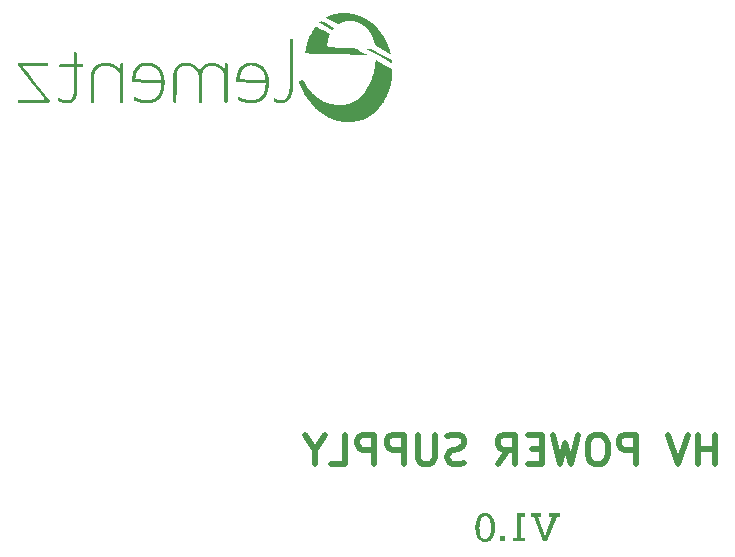
<source format=gbr>
%TF.GenerationSoftware,KiCad,Pcbnew,8.0.0*%
%TF.CreationDate,2024-06-21T16:47:30+05:30*%
%TF.ProjectId,HV_POWER_SUPPLY,48565f50-4f57-4455-925f-535550504c59,rev?*%
%TF.SameCoordinates,Original*%
%TF.FileFunction,Legend,Bot*%
%TF.FilePolarity,Positive*%
%FSLAX46Y46*%
G04 Gerber Fmt 4.6, Leading zero omitted, Abs format (unit mm)*
G04 Created by KiCad (PCBNEW 8.0.0) date 2024-06-21 16:47:30*
%MOMM*%
%LPD*%
G01*
G04 APERTURE LIST*
%ADD10C,0.000000*%
%ADD11C,0.300000*%
%ADD12C,0.500000*%
%ADD13O,1.700000X1.700000*%
%ADD14C,1.700000*%
%ADD15R,1.700000X1.700000*%
%ADD16C,1.371600*%
%ADD17R,1.371600X1.371600*%
%ADD18C,1.524003*%
%ADD19C,3.200000*%
G04 APERTURE END LIST*
D10*
G36*
X92648686Y-46047209D02*
G01*
X93003629Y-46247574D01*
X93220286Y-46372543D01*
X93286221Y-46412318D01*
X93328943Y-46439921D01*
X93352236Y-46457577D01*
X93357780Y-46463371D01*
X93359887Y-46467512D01*
X93360541Y-46476928D01*
X93360599Y-46492963D01*
X93359112Y-46542093D01*
X93355792Y-46609314D01*
X93351007Y-46689038D01*
X93338511Y-46863641D01*
X93331536Y-46947342D01*
X93324564Y-47021192D01*
X93307224Y-47172034D01*
X93286256Y-47320698D01*
X93261658Y-47467183D01*
X93233428Y-47611489D01*
X93201562Y-47753617D01*
X93166058Y-47893566D01*
X93126913Y-48031337D01*
X93084124Y-48166929D01*
X93037689Y-48300343D01*
X92987605Y-48431578D01*
X92933870Y-48560634D01*
X92876480Y-48687511D01*
X92815433Y-48812210D01*
X92750726Y-48934730D01*
X92682356Y-49055071D01*
X92610322Y-49173234D01*
X92555551Y-49257728D01*
X92498609Y-49341347D01*
X92439662Y-49423900D01*
X92378879Y-49505198D01*
X92316429Y-49585051D01*
X92252481Y-49663271D01*
X92187201Y-49739668D01*
X92120760Y-49814051D01*
X92053324Y-49886233D01*
X91985064Y-49956022D01*
X91916146Y-50023230D01*
X91846740Y-50087667D01*
X91777014Y-50149144D01*
X91707136Y-50207471D01*
X91637275Y-50262459D01*
X91567599Y-50313918D01*
X91481619Y-50373601D01*
X91394843Y-50429922D01*
X91307137Y-50482931D01*
X91218368Y-50532676D01*
X91128403Y-50579207D01*
X91037108Y-50622572D01*
X90944352Y-50662820D01*
X90850000Y-50700000D01*
X90753919Y-50734161D01*
X90655977Y-50765352D01*
X90556040Y-50793621D01*
X90453975Y-50819017D01*
X90349648Y-50841590D01*
X90242928Y-50861388D01*
X90133680Y-50878460D01*
X90021771Y-50892854D01*
X89952068Y-50898488D01*
X89859410Y-50902513D01*
X89751339Y-50904927D01*
X89635397Y-50905732D01*
X89519126Y-50904927D01*
X89410069Y-50902513D01*
X89315768Y-50898488D01*
X89243765Y-50892854D01*
X89094784Y-50873786D01*
X88948919Y-50849856D01*
X88805942Y-50820962D01*
X88665627Y-50787002D01*
X88527747Y-50747874D01*
X88392074Y-50703476D01*
X88258383Y-50653705D01*
X88126445Y-50598460D01*
X87996035Y-50537638D01*
X87866924Y-50471138D01*
X87738887Y-50398857D01*
X87611696Y-50320693D01*
X87485125Y-50236544D01*
X87358946Y-50146308D01*
X87232933Y-50049883D01*
X87106858Y-49947167D01*
X87053509Y-49900334D01*
X86987873Y-49839801D01*
X86914045Y-49769583D01*
X86836122Y-49693694D01*
X86758198Y-49616147D01*
X86684371Y-49540957D01*
X86618736Y-49472137D01*
X86565388Y-49413700D01*
X86493977Y-49331214D01*
X86423769Y-49247071D01*
X86354780Y-49161293D01*
X86287028Y-49073905D01*
X86220527Y-48984931D01*
X86155294Y-48894394D01*
X86091345Y-48802318D01*
X86028697Y-48708726D01*
X85967364Y-48613643D01*
X85907364Y-48517091D01*
X85848712Y-48419095D01*
X85791425Y-48319678D01*
X85681007Y-48116676D01*
X85576241Y-47908274D01*
X85511650Y-47770424D01*
X85451326Y-47637500D01*
X85406728Y-47534887D01*
X85393907Y-47502880D01*
X85389315Y-47487971D01*
X85389473Y-47487238D01*
X85389965Y-47486353D01*
X85390816Y-47485301D01*
X85392053Y-47484065D01*
X85393701Y-47482632D01*
X85395786Y-47480985D01*
X85401372Y-47476986D01*
X85409017Y-47471945D01*
X85418929Y-47465738D01*
X85431315Y-47458239D01*
X85446382Y-47449326D01*
X85464337Y-47438874D01*
X85485387Y-47426758D01*
X85537602Y-47397038D01*
X85604685Y-47359173D01*
X85688292Y-47312168D01*
X85739886Y-47283884D01*
X85827729Y-47437448D01*
X85922420Y-47596285D01*
X86022416Y-47752209D01*
X86126784Y-47904012D01*
X86234591Y-48050486D01*
X86344903Y-48190423D01*
X86456787Y-48322616D01*
X86569310Y-48445857D01*
X86625519Y-48503743D01*
X86681538Y-48558937D01*
X86786970Y-48656549D01*
X86894130Y-48748581D01*
X87003043Y-48835042D01*
X87113736Y-48915942D01*
X87226232Y-48991288D01*
X87340559Y-49061091D01*
X87456742Y-49125358D01*
X87574805Y-49184098D01*
X87694776Y-49237322D01*
X87816679Y-49285036D01*
X87940540Y-49327251D01*
X88066384Y-49363975D01*
X88194238Y-49395217D01*
X88324126Y-49420986D01*
X88456075Y-49441290D01*
X88590109Y-49456139D01*
X88663090Y-49461083D01*
X88749890Y-49463859D01*
X88845476Y-49464575D01*
X88944818Y-49463338D01*
X89042882Y-49460253D01*
X89134636Y-49455427D01*
X89215048Y-49448967D01*
X89279086Y-49440979D01*
X89362653Y-49426664D01*
X89445126Y-49409864D01*
X89526499Y-49390581D01*
X89606766Y-49368815D01*
X89685920Y-49344570D01*
X89763956Y-49317846D01*
X89840868Y-49288644D01*
X89916649Y-49256966D01*
X89991294Y-49222814D01*
X90064796Y-49186189D01*
X90137150Y-49147092D01*
X90208350Y-49105526D01*
X90278389Y-49061491D01*
X90347262Y-49014989D01*
X90414962Y-48966022D01*
X90481484Y-48914590D01*
X90504998Y-48895120D01*
X90530622Y-48872927D01*
X90586879Y-48821698D01*
X90647613Y-48763555D01*
X90710183Y-48701151D01*
X90771946Y-48637137D01*
X90830262Y-48574165D01*
X90882489Y-48514887D01*
X90905493Y-48487461D01*
X90925984Y-48461954D01*
X91027357Y-48327332D01*
X91123823Y-48187640D01*
X91215331Y-48043016D01*
X91301825Y-47893600D01*
X91383253Y-47739531D01*
X91459562Y-47580948D01*
X91530696Y-47417990D01*
X91596604Y-47250796D01*
X91657232Y-47079505D01*
X91712526Y-46904257D01*
X91762432Y-46725191D01*
X91806898Y-46542445D01*
X91845870Y-46356160D01*
X91879293Y-46166473D01*
X91907116Y-45973524D01*
X91929284Y-45777452D01*
X91941456Y-45649129D01*
X92648686Y-46047209D01*
G37*
G36*
X91163449Y-44699288D02*
G01*
X91250943Y-44702199D01*
X91318137Y-44704550D01*
X91390725Y-44707372D01*
X91567599Y-44713431D01*
X92442576Y-45206482D01*
X93317553Y-45698527D01*
X93329592Y-45820778D01*
X93334311Y-45868045D01*
X93337579Y-45907164D01*
X93338588Y-45922425D01*
X93339136Y-45934159D01*
X93339191Y-45941867D01*
X93339024Y-45944056D01*
X93338721Y-45945052D01*
X93252542Y-45898118D01*
X93020476Y-45768873D01*
X92259617Y-45341869D01*
X91148234Y-44717479D01*
X91112914Y-44698283D01*
X91163449Y-44699288D01*
G37*
G36*
X64195992Y-45944153D02*
G01*
X64201338Y-45948662D01*
X64206039Y-45952808D01*
X64208160Y-45954788D01*
X64210136Y-45956727D01*
X64211971Y-45958643D01*
X64213671Y-45960552D01*
X64215240Y-45962472D01*
X64216684Y-45964419D01*
X64218009Y-45966410D01*
X64219219Y-45968462D01*
X64220319Y-45970591D01*
X64221315Y-45972815D01*
X64222211Y-45975151D01*
X64223014Y-45977615D01*
X64223728Y-45980223D01*
X64224358Y-45982994D01*
X64224910Y-45985944D01*
X64225389Y-45989089D01*
X64225799Y-45992446D01*
X64226147Y-45996033D01*
X64226437Y-45999866D01*
X64226675Y-46003961D01*
X64227013Y-46013009D01*
X64227203Y-46023311D01*
X64227286Y-46035001D01*
X64227305Y-46048214D01*
X64227136Y-46071449D01*
X64226892Y-46081310D01*
X64226516Y-46090126D01*
X64225986Y-46097988D01*
X64225281Y-46104991D01*
X64224381Y-46111227D01*
X64223265Y-46116790D01*
X64221913Y-46121773D01*
X64220302Y-46126269D01*
X64218414Y-46130371D01*
X64216227Y-46134173D01*
X64213720Y-46137768D01*
X64210873Y-46141248D01*
X64207665Y-46144708D01*
X64204075Y-46148239D01*
X64180831Y-46170464D01*
X63112893Y-46170464D01*
X62545361Y-46170986D01*
X62222775Y-46173118D01*
X62078263Y-46177714D01*
X62051887Y-46181202D01*
X62046513Y-46183290D01*
X62044953Y-46185625D01*
X62068235Y-46218487D01*
X62134969Y-46306264D01*
X62380137Y-46622598D01*
X62743136Y-47086697D01*
X63186646Y-47650636D01*
X64328350Y-49099468D01*
X64328350Y-49154038D01*
X64328297Y-49162516D01*
X64328118Y-49170200D01*
X64327783Y-49177170D01*
X64327259Y-49183508D01*
X64326516Y-49189296D01*
X64325523Y-49194615D01*
X64324249Y-49199547D01*
X64322663Y-49204172D01*
X64320733Y-49208572D01*
X64318428Y-49212828D01*
X64315718Y-49217022D01*
X64312572Y-49221236D01*
X64308958Y-49225550D01*
X64304845Y-49230046D01*
X64300202Y-49234805D01*
X64294999Y-49239909D01*
X64261661Y-49272241D01*
X61665061Y-49272241D01*
X61637782Y-49243957D01*
X61633479Y-49239370D01*
X61629648Y-49235027D01*
X61626260Y-49230837D01*
X61624724Y-49228772D01*
X61623290Y-49226713D01*
X61621953Y-49224648D01*
X61620710Y-49222565D01*
X61619558Y-49220455D01*
X61618494Y-49218305D01*
X61617515Y-49216105D01*
X61616616Y-49213844D01*
X61615795Y-49211511D01*
X61615049Y-49209093D01*
X61614373Y-49206581D01*
X61613766Y-49203963D01*
X61613222Y-49201229D01*
X61612740Y-49198366D01*
X61612316Y-49195364D01*
X61611945Y-49192212D01*
X61611355Y-49185414D01*
X61610942Y-49177881D01*
X61610680Y-49169525D01*
X61610542Y-49160258D01*
X61610502Y-49149990D01*
X61610650Y-49129619D01*
X61610895Y-49121034D01*
X61611307Y-49113367D01*
X61611927Y-49106505D01*
X61612793Y-49100335D01*
X61613947Y-49094745D01*
X61615428Y-49089624D01*
X61617276Y-49084857D01*
X61619530Y-49080333D01*
X61622232Y-49075939D01*
X61625421Y-49071563D01*
X61629136Y-49067093D01*
X61633419Y-49062415D01*
X61638308Y-49057418D01*
X61643844Y-49051988D01*
X61677185Y-49019656D01*
X62795643Y-49019656D01*
X63687912Y-49016878D01*
X63864234Y-49012836D01*
X63902472Y-49009986D01*
X63914105Y-49006520D01*
X63891009Y-48974884D01*
X63824815Y-48888501D01*
X63581699Y-48575357D01*
X62782510Y-47554645D01*
X61651927Y-46114902D01*
X61650916Y-46042155D01*
X61651060Y-46019210D01*
X61651296Y-46009673D01*
X61651690Y-46001264D01*
X61652279Y-45993861D01*
X61653101Y-45987344D01*
X61654192Y-45981591D01*
X61655589Y-45976480D01*
X61657330Y-45971890D01*
X61659451Y-45967700D01*
X61661990Y-45963788D01*
X61664982Y-45960033D01*
X61668467Y-45956314D01*
X61672479Y-45952508D01*
X61682237Y-45944153D01*
X61713558Y-45917880D01*
X64164665Y-45917880D01*
X64195992Y-45944153D01*
G37*
G36*
X69209408Y-45891014D02*
G01*
X69271432Y-45893198D01*
X69297586Y-45895141D01*
X69319807Y-45897679D01*
X69378252Y-45906850D01*
X69435720Y-45918052D01*
X69492158Y-45931254D01*
X69547513Y-45946427D01*
X69601731Y-45963543D01*
X69654760Y-45982570D01*
X69706545Y-46003480D01*
X69757033Y-46026243D01*
X69806172Y-46050830D01*
X69853909Y-46077211D01*
X69900188Y-46105355D01*
X69944959Y-46135235D01*
X69988167Y-46166820D01*
X70029758Y-46200080D01*
X70069681Y-46234986D01*
X70107881Y-46271509D01*
X70126026Y-46290022D01*
X70144503Y-46309567D01*
X70162791Y-46329562D01*
X70180369Y-46349427D01*
X70196716Y-46368582D01*
X70211311Y-46386447D01*
X70223633Y-46402441D01*
X70228779Y-46409555D01*
X70233161Y-46415984D01*
X70241903Y-46428287D01*
X70249951Y-46439054D01*
X70257325Y-46448287D01*
X70264042Y-46455989D01*
X70267159Y-46459267D01*
X70270119Y-46462164D01*
X70272923Y-46464679D01*
X70275575Y-46466814D01*
X70278075Y-46468569D01*
X70280427Y-46469943D01*
X70282632Y-46470938D01*
X70284693Y-46471554D01*
X70286611Y-46471790D01*
X70288390Y-46471648D01*
X70290031Y-46471128D01*
X70291537Y-46470231D01*
X70292909Y-46468955D01*
X70294151Y-46467303D01*
X70295264Y-46465274D01*
X70296250Y-46462869D01*
X70297112Y-46460088D01*
X70297852Y-46456931D01*
X70298471Y-46453400D01*
X70298974Y-46449493D01*
X70299634Y-46440557D01*
X70299850Y-46430126D01*
X70300718Y-46397762D01*
X70303007Y-46340962D01*
X70309944Y-46186630D01*
X70320051Y-45984568D01*
X70352383Y-45951217D01*
X70357812Y-45945683D01*
X70362807Y-45940795D01*
X70367480Y-45936513D01*
X70369730Y-45934587D01*
X70371942Y-45932798D01*
X70374128Y-45931141D01*
X70376303Y-45929610D01*
X70378480Y-45928201D01*
X70380674Y-45926908D01*
X70382898Y-45925728D01*
X70385167Y-45924654D01*
X70387493Y-45923682D01*
X70389892Y-45922806D01*
X70392377Y-45922022D01*
X70394961Y-45921325D01*
X70397659Y-45920710D01*
X70400484Y-45920172D01*
X70403450Y-45919705D01*
X70406572Y-45919305D01*
X70413337Y-45918685D01*
X70420889Y-45918273D01*
X70429340Y-45918028D01*
X70438799Y-45917910D01*
X70449379Y-45917880D01*
X70469423Y-45918030D01*
X70477882Y-45918280D01*
X70485452Y-45918701D01*
X70492247Y-45919336D01*
X70498380Y-45920225D01*
X70503965Y-45921411D01*
X70509117Y-45922934D01*
X70513949Y-45924835D01*
X70518575Y-45927157D01*
X70523109Y-45929941D01*
X70527664Y-45933228D01*
X70532356Y-45937060D01*
X70537298Y-45941477D01*
X70542603Y-45946522D01*
X70548386Y-45952236D01*
X70582741Y-45986579D01*
X70582741Y-49207577D01*
X70549405Y-49239909D01*
X70543648Y-49245435D01*
X70538397Y-49250292D01*
X70533495Y-49254525D01*
X70531126Y-49256421D01*
X70528785Y-49258177D01*
X70526454Y-49259797D01*
X70524112Y-49261289D01*
X70521739Y-49262657D01*
X70519316Y-49263905D01*
X70516824Y-49265041D01*
X70514243Y-49266069D01*
X70511553Y-49266994D01*
X70508734Y-49267822D01*
X70505768Y-49268559D01*
X70502634Y-49269209D01*
X70499313Y-49269778D01*
X70495785Y-49270271D01*
X70492031Y-49270694D01*
X70488030Y-49271052D01*
X70479213Y-49271594D01*
X70469177Y-49271942D01*
X70457764Y-49272137D01*
X70444818Y-49272222D01*
X70430183Y-49272241D01*
X70403149Y-49272103D01*
X70391889Y-49271881D01*
X70381953Y-49271514D01*
X70373207Y-49270970D01*
X70365516Y-49270216D01*
X70358746Y-49269219D01*
X70352761Y-49267946D01*
X70347428Y-49266366D01*
X70342612Y-49264446D01*
X70338178Y-49262153D01*
X70333990Y-49259455D01*
X70329916Y-49256318D01*
X70325819Y-49252712D01*
X70317021Y-49243957D01*
X70289742Y-49215660D01*
X70289742Y-48071945D01*
X70287217Y-47185869D01*
X70283776Y-46965140D01*
X70278630Y-46875698D01*
X70271895Y-46848182D01*
X70263283Y-46820600D01*
X70252844Y-46792993D01*
X70240630Y-46765403D01*
X70226694Y-46737869D01*
X70211087Y-46710434D01*
X70193861Y-46683138D01*
X70175068Y-46656021D01*
X70154759Y-46629125D01*
X70132986Y-46602490D01*
X70109802Y-46576158D01*
X70085257Y-46550168D01*
X70032294Y-46499383D01*
X69974513Y-46450461D01*
X69912327Y-46403730D01*
X69846151Y-46359516D01*
X69776399Y-46318147D01*
X69703486Y-46279948D01*
X69627825Y-46245249D01*
X69549832Y-46214375D01*
X69469921Y-46187653D01*
X69388505Y-46165411D01*
X69337610Y-46154091D01*
X69312542Y-46149315D01*
X69287648Y-46145127D01*
X69262866Y-46141525D01*
X69238135Y-46138507D01*
X69213395Y-46136073D01*
X69188586Y-46134220D01*
X69163647Y-46132947D01*
X69138517Y-46132253D01*
X69113135Y-46132135D01*
X69087441Y-46132594D01*
X69061375Y-46133627D01*
X69034875Y-46135233D01*
X68980333Y-46140156D01*
X68926682Y-46146344D01*
X68875167Y-46153945D01*
X68825697Y-46162999D01*
X68778182Y-46173546D01*
X68732532Y-46185626D01*
X68688656Y-46199280D01*
X68646465Y-46214546D01*
X68605868Y-46231466D01*
X68566775Y-46250079D01*
X68529095Y-46270424D01*
X68492739Y-46292543D01*
X68457615Y-46316475D01*
X68423634Y-46342260D01*
X68390706Y-46369938D01*
X68358740Y-46399548D01*
X68327645Y-46431132D01*
X68307859Y-46452911D01*
X68289038Y-46475065D01*
X68271176Y-46497615D01*
X68254267Y-46520583D01*
X68238305Y-46543989D01*
X68223285Y-46567853D01*
X68209199Y-46592197D01*
X68196043Y-46617042D01*
X68183811Y-46642407D01*
X68172496Y-46668313D01*
X68162093Y-46694782D01*
X68152595Y-46721834D01*
X68143998Y-46749490D01*
X68136294Y-46777771D01*
X68129479Y-46806696D01*
X68123546Y-46836288D01*
X68121034Y-46851251D01*
X68118791Y-46869226D01*
X68116802Y-46891334D01*
X68115053Y-46918693D01*
X68113530Y-46952422D01*
X68112216Y-46993640D01*
X68110159Y-47103018D01*
X68108766Y-47255778D01*
X68107917Y-47460872D01*
X68107379Y-48063863D01*
X68107379Y-49207577D01*
X68074042Y-49239909D01*
X68068286Y-49245435D01*
X68063035Y-49250292D01*
X68058134Y-49254525D01*
X68055765Y-49256421D01*
X68053425Y-49258177D01*
X68051094Y-49259797D01*
X68048752Y-49261289D01*
X68046380Y-49262657D01*
X68043958Y-49263905D01*
X68041466Y-49265041D01*
X68038885Y-49266069D01*
X68036196Y-49266994D01*
X68033378Y-49267822D01*
X68030411Y-49268559D01*
X68027278Y-49269209D01*
X68023957Y-49269778D01*
X68020429Y-49270271D01*
X68016675Y-49270694D01*
X68012674Y-49271052D01*
X68003857Y-49271594D01*
X67993820Y-49271942D01*
X67982406Y-49272137D01*
X67969459Y-49272222D01*
X67954821Y-49272241D01*
X67927788Y-49272103D01*
X67916528Y-49271881D01*
X67906593Y-49271514D01*
X67897847Y-49270970D01*
X67890157Y-49270216D01*
X67883388Y-49269219D01*
X67877404Y-49267946D01*
X67872072Y-49266366D01*
X67867256Y-49264446D01*
X67862821Y-49262153D01*
X67858634Y-49259455D01*
X67854558Y-49256318D01*
X67850461Y-49252712D01*
X67841659Y-49243957D01*
X67814380Y-49215660D01*
X67814380Y-48108326D01*
X67817162Y-47267204D01*
X67820352Y-47017142D01*
X67824488Y-46898928D01*
X67829551Y-46856637D01*
X67836005Y-46814677D01*
X67843821Y-46773119D01*
X67852968Y-46732034D01*
X67863417Y-46691494D01*
X67875139Y-46651570D01*
X67888104Y-46612332D01*
X67902283Y-46573852D01*
X67917645Y-46536200D01*
X67934162Y-46499449D01*
X67951804Y-46463668D01*
X67970541Y-46428929D01*
X67990344Y-46395304D01*
X68011183Y-46362863D01*
X68033029Y-46331676D01*
X68055852Y-46301817D01*
X68086311Y-46265802D01*
X68118937Y-46231277D01*
X68153694Y-46198265D01*
X68190547Y-46166788D01*
X68229460Y-46136869D01*
X68270398Y-46108529D01*
X68313324Y-46081790D01*
X68358205Y-46056675D01*
X68405003Y-46033207D01*
X68453684Y-46011406D01*
X68504212Y-45991295D01*
X68556551Y-45972897D01*
X68610666Y-45956234D01*
X68666521Y-45941328D01*
X68724081Y-45928201D01*
X68783311Y-45916875D01*
X68839972Y-45908755D01*
X68907915Y-45901937D01*
X68982986Y-45896589D01*
X69061029Y-45892875D01*
X69137888Y-45890961D01*
X69209408Y-45891014D01*
G37*
G36*
X75964688Y-45889350D02*
G01*
X76024222Y-45893634D01*
X76083046Y-45900524D01*
X76141057Y-45910009D01*
X76198150Y-45922081D01*
X76254223Y-45936732D01*
X76309172Y-45953951D01*
X76362894Y-45973731D01*
X76415285Y-45996062D01*
X76466241Y-46020935D01*
X76503459Y-46041307D01*
X76540378Y-46063333D01*
X76576892Y-46086916D01*
X76612895Y-46111958D01*
X76648281Y-46138362D01*
X76682945Y-46166031D01*
X76716778Y-46194865D01*
X76749676Y-46224768D01*
X76781533Y-46255643D01*
X76812241Y-46287390D01*
X76841695Y-46319913D01*
X76869789Y-46353114D01*
X76896416Y-46386895D01*
X76921470Y-46421159D01*
X76944846Y-46455807D01*
X76966436Y-46490742D01*
X76970251Y-46497285D01*
X76974135Y-46503631D01*
X76978058Y-46509748D01*
X76981991Y-46515607D01*
X76985902Y-46521176D01*
X76989763Y-46526424D01*
X76993542Y-46531320D01*
X76997211Y-46535833D01*
X77000738Y-46539931D01*
X77004094Y-46543583D01*
X77007250Y-46546759D01*
X77010173Y-46549427D01*
X77012836Y-46551557D01*
X77015208Y-46553116D01*
X77017258Y-46554075D01*
X77018153Y-46554319D01*
X77018957Y-46554401D01*
X77019844Y-46554325D01*
X77020794Y-46554097D01*
X77021803Y-46553721D01*
X77022869Y-46553199D01*
X77023991Y-46552535D01*
X77025164Y-46551730D01*
X77026389Y-46550788D01*
X77027661Y-46549712D01*
X77028978Y-46548504D01*
X77030339Y-46547167D01*
X77033181Y-46544117D01*
X77036167Y-46540584D01*
X77039279Y-46536592D01*
X77042499Y-46532161D01*
X77045806Y-46527314D01*
X77049183Y-46522073D01*
X77052610Y-46516461D01*
X77056069Y-46510500D01*
X77059541Y-46504212D01*
X77063007Y-46497618D01*
X77066449Y-46490742D01*
X77092418Y-46442153D01*
X77122074Y-46394611D01*
X77155221Y-46348265D01*
X77191665Y-46303263D01*
X77231210Y-46259752D01*
X77273662Y-46217880D01*
X77318825Y-46177797D01*
X77366503Y-46139649D01*
X77416502Y-46103584D01*
X77468627Y-46069752D01*
X77522683Y-46038299D01*
X77578473Y-46009375D01*
X77635804Y-45983126D01*
X77694480Y-45959701D01*
X77754306Y-45939248D01*
X77815087Y-45921915D01*
X77839554Y-45915961D01*
X77865808Y-45910607D01*
X77893598Y-45905859D01*
X77922675Y-45901726D01*
X77952789Y-45898214D01*
X77983688Y-45895331D01*
X78046846Y-45891481D01*
X78110145Y-45890236D01*
X78141223Y-45890608D01*
X78171586Y-45891654D01*
X78200984Y-45893381D01*
X78229167Y-45895796D01*
X78255884Y-45898906D01*
X78280886Y-45902719D01*
X78335908Y-45913978D01*
X78390644Y-45927995D01*
X78444947Y-45944683D01*
X78498670Y-45963961D01*
X78551666Y-45985742D01*
X78603790Y-46009943D01*
X78654894Y-46036479D01*
X78704832Y-46065266D01*
X78753456Y-46096220D01*
X78800621Y-46129256D01*
X78846179Y-46164291D01*
X78889984Y-46201239D01*
X78931890Y-46240016D01*
X78971748Y-46280539D01*
X79009414Y-46322722D01*
X79044739Y-46366481D01*
X79056451Y-46381722D01*
X79067962Y-46396157D01*
X79078962Y-46409455D01*
X79089139Y-46421286D01*
X79098181Y-46431317D01*
X79105777Y-46439217D01*
X79111614Y-46444654D01*
X79113776Y-46446346D01*
X79115382Y-46447298D01*
X79116866Y-46447680D01*
X79118293Y-46447671D01*
X79119667Y-46447249D01*
X79120988Y-46446389D01*
X79122261Y-46445070D01*
X79123486Y-46443266D01*
X79124667Y-46440956D01*
X79125806Y-46438116D01*
X79126905Y-46434721D01*
X79127967Y-46430750D01*
X79128994Y-46426179D01*
X79129988Y-46420985D01*
X79130952Y-46415143D01*
X79131888Y-46408631D01*
X79133687Y-46393505D01*
X79135404Y-46375418D01*
X79137059Y-46354184D01*
X79138669Y-46329618D01*
X79140254Y-46301532D01*
X79141835Y-46269740D01*
X79143429Y-46234056D01*
X79145056Y-46194292D01*
X79146735Y-46150264D01*
X79152821Y-45983549D01*
X79184174Y-45950212D01*
X79189404Y-45944855D01*
X79194208Y-45940121D01*
X79198703Y-45935974D01*
X79200870Y-45934108D01*
X79203005Y-45932374D01*
X79205120Y-45930767D01*
X79207231Y-45929283D01*
X79209352Y-45927917D01*
X79211498Y-45926663D01*
X79213683Y-45925517D01*
X79215922Y-45924475D01*
X79218229Y-45923531D01*
X79220620Y-45922680D01*
X79223108Y-45921919D01*
X79225709Y-45921241D01*
X79228436Y-45920643D01*
X79231305Y-45920119D01*
X79234330Y-45919664D01*
X79237525Y-45919274D01*
X79240906Y-45918944D01*
X79244486Y-45918670D01*
X79252304Y-45918266D01*
X79261096Y-45918026D01*
X79270979Y-45917910D01*
X79282069Y-45917880D01*
X79303087Y-45918028D01*
X79311902Y-45918273D01*
X79319745Y-45918685D01*
X79326735Y-45919305D01*
X79332989Y-45920172D01*
X79338627Y-45921325D01*
X79343767Y-45922806D01*
X79348527Y-45924654D01*
X79353025Y-45926908D01*
X79357381Y-45929610D01*
X79361712Y-45932798D01*
X79366136Y-45936513D01*
X79370773Y-45940795D01*
X79375741Y-45945683D01*
X79381157Y-45951217D01*
X79413435Y-45984568D01*
X79413435Y-49215660D01*
X79386183Y-49243957D01*
X79381637Y-49248602D01*
X79377382Y-49252712D01*
X79375321Y-49254576D01*
X79373282Y-49256318D01*
X79371248Y-49257943D01*
X79369201Y-49259455D01*
X79367124Y-49260857D01*
X79365001Y-49262153D01*
X79362815Y-49263348D01*
X79360548Y-49264446D01*
X79358183Y-49265451D01*
X79355704Y-49266366D01*
X79353093Y-49267197D01*
X79350332Y-49267946D01*
X79347407Y-49268619D01*
X79344298Y-49269219D01*
X79340989Y-49269750D01*
X79337463Y-49270216D01*
X79333703Y-49270621D01*
X79329692Y-49270970D01*
X79325413Y-49271266D01*
X79320848Y-49271514D01*
X79310795Y-49271881D01*
X79299397Y-49272103D01*
X79286516Y-49272212D01*
X79272017Y-49272241D01*
X79243834Y-49272135D01*
X79232214Y-49271935D01*
X79222026Y-49271579D01*
X79213110Y-49271021D01*
X79205304Y-49270218D01*
X79198446Y-49269124D01*
X79192376Y-49267697D01*
X79186933Y-49265890D01*
X79181954Y-49263660D01*
X79177279Y-49260962D01*
X79172747Y-49257752D01*
X79168197Y-49253986D01*
X79163466Y-49249619D01*
X79152821Y-49238903D01*
X79120408Y-49205566D01*
X79120408Y-48079023D01*
X79119978Y-47448150D01*
X79117664Y-47102008D01*
X79115319Y-47005460D01*
X79111926Y-46943794D01*
X79107293Y-46904909D01*
X79101227Y-46876704D01*
X79093304Y-46847873D01*
X79084318Y-46819351D01*
X79074271Y-46791136D01*
X79063164Y-46763229D01*
X79050998Y-46735630D01*
X79037775Y-46708339D01*
X79023495Y-46681356D01*
X79008159Y-46654680D01*
X78991770Y-46628312D01*
X78974327Y-46602252D01*
X78955833Y-46576499D01*
X78936288Y-46551054D01*
X78915693Y-46525917D01*
X78894050Y-46501088D01*
X78871360Y-46476566D01*
X78847624Y-46452351D01*
X78801583Y-46409430D01*
X78753364Y-46369360D01*
X78703132Y-46332200D01*
X78651053Y-46298007D01*
X78597293Y-46266840D01*
X78542017Y-46238755D01*
X78485391Y-46213811D01*
X78427581Y-46192064D01*
X78368753Y-46173574D01*
X78309072Y-46158398D01*
X78248703Y-46146592D01*
X78187813Y-46138216D01*
X78126568Y-46133327D01*
X78065132Y-46131982D01*
X78003672Y-46134239D01*
X77942353Y-46140156D01*
X77884171Y-46148968D01*
X77828577Y-46160635D01*
X77775555Y-46175170D01*
X77725088Y-46192587D01*
X77677161Y-46212898D01*
X77631757Y-46236117D01*
X77588860Y-46262258D01*
X77548454Y-46291333D01*
X77510522Y-46323356D01*
X77475048Y-46358341D01*
X77442015Y-46396300D01*
X77411408Y-46437247D01*
X77383210Y-46481196D01*
X77357405Y-46528159D01*
X77333977Y-46578151D01*
X77312909Y-46631183D01*
X77290066Y-46692614D01*
X77280944Y-46719892D01*
X77276906Y-46733729D01*
X77273196Y-46748101D01*
X77269800Y-46763312D01*
X77266704Y-46779662D01*
X77263891Y-46797454D01*
X77261348Y-46816991D01*
X77259060Y-46838575D01*
X77257012Y-46862508D01*
X77255188Y-46889092D01*
X77253575Y-46918630D01*
X77250920Y-46987776D01*
X77248927Y-47072365D01*
X77247479Y-47174814D01*
X77246456Y-47297543D01*
X77245213Y-47613510D01*
X77244249Y-48039614D01*
X77240147Y-49216678D01*
X77213954Y-49243957D01*
X77209406Y-49248602D01*
X77205147Y-49252712D01*
X77203084Y-49254576D01*
X77201041Y-49256318D01*
X77199003Y-49257943D01*
X77196952Y-49259455D01*
X77194872Y-49260857D01*
X77192745Y-49262153D01*
X77190554Y-49263348D01*
X77188283Y-49264446D01*
X77185914Y-49265451D01*
X77183431Y-49266366D01*
X77180816Y-49267197D01*
X77178053Y-49267946D01*
X77175124Y-49268619D01*
X77172013Y-49269219D01*
X77168702Y-49269750D01*
X77165175Y-49270216D01*
X77161414Y-49270621D01*
X77157403Y-49270970D01*
X77153125Y-49271266D01*
X77148562Y-49271514D01*
X77138516Y-49271881D01*
X77127128Y-49272103D01*
X77114264Y-49272212D01*
X77099786Y-49272241D01*
X77072406Y-49272103D01*
X77061007Y-49271881D01*
X77050954Y-49271514D01*
X77042110Y-49270970D01*
X77034339Y-49270216D01*
X77027504Y-49269219D01*
X77021470Y-49267946D01*
X77016098Y-49266366D01*
X77011254Y-49264446D01*
X77006801Y-49262153D01*
X77002602Y-49259455D01*
X76998520Y-49256318D01*
X76994421Y-49252712D01*
X76985619Y-49243957D01*
X76959293Y-49216678D01*
X76956250Y-48074975D01*
X76953652Y-47355923D01*
X76951164Y-47139662D01*
X76946576Y-46994157D01*
X76938906Y-46900843D01*
X76927172Y-46841154D01*
X76910394Y-46796526D01*
X76887590Y-46748394D01*
X76873862Y-46720739D01*
X76858175Y-46692446D01*
X76840675Y-46663682D01*
X76821509Y-46634615D01*
X76800823Y-46605412D01*
X76778763Y-46576241D01*
X76755475Y-46547267D01*
X76731106Y-46518659D01*
X76705803Y-46490585D01*
X76679711Y-46463210D01*
X76652976Y-46436703D01*
X76625746Y-46411231D01*
X76598166Y-46386961D01*
X76570383Y-46364060D01*
X76542544Y-46342697D01*
X76514793Y-46323036D01*
X76485058Y-46303563D01*
X76454264Y-46284953D01*
X76422511Y-46267241D01*
X76389903Y-46250459D01*
X76356543Y-46234642D01*
X76322533Y-46219825D01*
X76287974Y-46206041D01*
X76252971Y-46193324D01*
X76217625Y-46181709D01*
X76182039Y-46171229D01*
X76146316Y-46161919D01*
X76110557Y-46153811D01*
X76074866Y-46146942D01*
X76039345Y-46141343D01*
X76004096Y-46137051D01*
X75969223Y-46134097D01*
X75934282Y-46132467D01*
X75898559Y-46132100D01*
X75862267Y-46132955D01*
X75825620Y-46134993D01*
X75788830Y-46138174D01*
X75752110Y-46142457D01*
X75715674Y-46147804D01*
X75679735Y-46154173D01*
X75644506Y-46161525D01*
X75610200Y-46169819D01*
X75577030Y-46179017D01*
X75545210Y-46189078D01*
X75514953Y-46199962D01*
X75486472Y-46211629D01*
X75459980Y-46224039D01*
X75435689Y-46237152D01*
X75420484Y-46246413D01*
X75405554Y-46256197D01*
X75390900Y-46266499D01*
X75376527Y-46277316D01*
X75362436Y-46288644D01*
X75348630Y-46300478D01*
X75321883Y-46325650D01*
X75296308Y-46352800D01*
X75271925Y-46381894D01*
X75248755Y-46412901D01*
X75226817Y-46445787D01*
X75206135Y-46480520D01*
X75186727Y-46517067D01*
X75168614Y-46555397D01*
X75151819Y-46595475D01*
X75136360Y-46637270D01*
X75122259Y-46680749D01*
X75109537Y-46725880D01*
X75098214Y-46772630D01*
X75094138Y-46790523D01*
X75090566Y-46807935D01*
X75088957Y-46817043D01*
X75087460Y-46826730D01*
X75086070Y-46837228D01*
X75084782Y-46848770D01*
X75083591Y-46861589D01*
X75082492Y-46875919D01*
X75080554Y-46910041D01*
X75078928Y-46952998D01*
X75077576Y-47006654D01*
X75076459Y-47072872D01*
X75075540Y-47153516D01*
X75074780Y-47250450D01*
X75074140Y-47365535D01*
X75073069Y-47657616D01*
X75072019Y-48044667D01*
X75067918Y-49216678D01*
X75041726Y-49243957D01*
X75037178Y-49248602D01*
X75032918Y-49252712D01*
X75030855Y-49254576D01*
X75028812Y-49256318D01*
X75026774Y-49257943D01*
X75024724Y-49259455D01*
X75022643Y-49260857D01*
X75020516Y-49262153D01*
X75018326Y-49263348D01*
X75016054Y-49264446D01*
X75013686Y-49265451D01*
X75011202Y-49266366D01*
X75008588Y-49267197D01*
X75005824Y-49267946D01*
X75002895Y-49268619D01*
X74999784Y-49269219D01*
X74996473Y-49269750D01*
X74992946Y-49270216D01*
X74989186Y-49270621D01*
X74985175Y-49270970D01*
X74980896Y-49271266D01*
X74976334Y-49271514D01*
X74966287Y-49271881D01*
X74954900Y-49272103D01*
X74942035Y-49272212D01*
X74927557Y-49272241D01*
X74900175Y-49272103D01*
X74888773Y-49271881D01*
X74878717Y-49271514D01*
X74869869Y-49270970D01*
X74862094Y-49270216D01*
X74855255Y-49269219D01*
X74849216Y-49267946D01*
X74843840Y-49266366D01*
X74838992Y-49264446D01*
X74834535Y-49262153D01*
X74830333Y-49259455D01*
X74826250Y-49256318D01*
X74822149Y-49252712D01*
X74813349Y-49243957D01*
X74786058Y-49215660D01*
X74786058Y-48082053D01*
X74788712Y-47138386D01*
X74793308Y-46936314D01*
X74801218Y-46834264D01*
X74815295Y-46746866D01*
X74833963Y-46663182D01*
X74857149Y-46583305D01*
X74884781Y-46507325D01*
X74916787Y-46435336D01*
X74953093Y-46367428D01*
X74993628Y-46303694D01*
X75038318Y-46244225D01*
X75087093Y-46189113D01*
X75139878Y-46138451D01*
X75196601Y-46092328D01*
X75257191Y-46050839D01*
X75321574Y-46014073D01*
X75389678Y-45982124D01*
X75461431Y-45955083D01*
X75536760Y-45933041D01*
X75598367Y-45918842D01*
X75659988Y-45907311D01*
X75721520Y-45898438D01*
X75782860Y-45892214D01*
X75843903Y-45888631D01*
X75904547Y-45887679D01*
X75964688Y-45889350D01*
G37*
G36*
X72673219Y-45878989D02*
G01*
X72728980Y-45880983D01*
X72769880Y-45884410D01*
X72810194Y-45890313D01*
X72854274Y-45897933D01*
X72900486Y-45906904D01*
X72947196Y-45916858D01*
X72992768Y-45927429D01*
X73035570Y-45938249D01*
X73073967Y-45948951D01*
X73106325Y-45959168D01*
X73202159Y-45996573D01*
X73248212Y-46017185D01*
X73293022Y-46039072D01*
X73336590Y-46062235D01*
X73378915Y-46086672D01*
X73419998Y-46112386D01*
X73459840Y-46139377D01*
X73498439Y-46167645D01*
X73535797Y-46197190D01*
X73571913Y-46228014D01*
X73606789Y-46260117D01*
X73640423Y-46293499D01*
X73672816Y-46328161D01*
X73703969Y-46364104D01*
X73733881Y-46401328D01*
X73762553Y-46439834D01*
X73789985Y-46479622D01*
X73816177Y-46520692D01*
X73841130Y-46563046D01*
X73864843Y-46606684D01*
X73887316Y-46651606D01*
X73928546Y-46745306D01*
X73964820Y-46844150D01*
X73996141Y-46948144D01*
X74022510Y-47057290D01*
X74043928Y-47171594D01*
X74048190Y-47201416D01*
X74051885Y-47235938D01*
X74057568Y-47316764D01*
X74060978Y-47409431D01*
X74062115Y-47509297D01*
X74060978Y-47611721D01*
X74057568Y-47712062D01*
X74051885Y-47805678D01*
X74043928Y-47887928D01*
X74022269Y-48039796D01*
X73994354Y-48182525D01*
X73960083Y-48316236D01*
X73919358Y-48441046D01*
X73872080Y-48557078D01*
X73818148Y-48664450D01*
X73788657Y-48714926D01*
X73757465Y-48763282D01*
X73724560Y-48809533D01*
X73689931Y-48853695D01*
X73653563Y-48895781D01*
X73615446Y-48935808D01*
X73575567Y-48973789D01*
X73533913Y-49009741D01*
X73490471Y-49043677D01*
X73445231Y-49075614D01*
X73398178Y-49105565D01*
X73349301Y-49133547D01*
X73298588Y-49159573D01*
X73246025Y-49183659D01*
X73135303Y-49226072D01*
X73017037Y-49260904D01*
X72891126Y-49288275D01*
X72859215Y-49293224D01*
X72822633Y-49297465D01*
X72737978Y-49303839D01*
X72642218Y-49307419D01*
X72540407Y-49308229D01*
X72437602Y-49306293D01*
X72338858Y-49301634D01*
X72249230Y-49294275D01*
X72209415Y-49289590D01*
X72173774Y-49284240D01*
X72053308Y-49260666D01*
X71934464Y-49232439D01*
X71820759Y-49200779D01*
X71715708Y-49166905D01*
X71622828Y-49132037D01*
X71582052Y-49114612D01*
X71545637Y-49097395D01*
X71514024Y-49080540D01*
X71487652Y-49064198D01*
X71466959Y-49048523D01*
X71452387Y-49033666D01*
X71449152Y-49029373D01*
X71446255Y-49025143D01*
X71444929Y-49023019D01*
X71443681Y-49020872D01*
X71442510Y-49018688D01*
X71441414Y-49016455D01*
X71440390Y-49014160D01*
X71439437Y-49011790D01*
X71438552Y-49009332D01*
X71437733Y-49006773D01*
X71436979Y-49004100D01*
X71436287Y-49001300D01*
X71435656Y-48998361D01*
X71435082Y-48995268D01*
X71434565Y-48992010D01*
X71434103Y-48988573D01*
X71433332Y-48981112D01*
X71432753Y-48972780D01*
X71432350Y-48963475D01*
X71432107Y-48953092D01*
X71432008Y-48941529D01*
X71432036Y-48928681D01*
X71432174Y-48914445D01*
X71432620Y-48882964D01*
X71433369Y-48855499D01*
X71434677Y-48831920D01*
X71436800Y-48812099D01*
X71438248Y-48803557D01*
X71439995Y-48795907D01*
X71442075Y-48789131D01*
X71444518Y-48783215D01*
X71447357Y-48778141D01*
X71450624Y-48773894D01*
X71454351Y-48770458D01*
X71458569Y-48767816D01*
X71463312Y-48765953D01*
X71468611Y-48764852D01*
X71474497Y-48764497D01*
X71481004Y-48764873D01*
X71488162Y-48765963D01*
X71496005Y-48767751D01*
X71504563Y-48770220D01*
X71513869Y-48773356D01*
X71534854Y-48781560D01*
X71559215Y-48792234D01*
X71619089Y-48820478D01*
X71700779Y-48858255D01*
X71780023Y-48892805D01*
X71857003Y-48924166D01*
X71931900Y-48952379D01*
X72004897Y-48977484D01*
X72076176Y-48999521D01*
X72145919Y-49018530D01*
X72214308Y-49034551D01*
X72281525Y-49047623D01*
X72347752Y-49057787D01*
X72413171Y-49065083D01*
X72477964Y-49069551D01*
X72542314Y-49071231D01*
X72606401Y-49070162D01*
X72670409Y-49066385D01*
X72734519Y-49059939D01*
X72789526Y-49052123D01*
X72843150Y-49042323D01*
X72895383Y-49030547D01*
X72946216Y-49016807D01*
X72995638Y-49001113D01*
X73043642Y-48983474D01*
X73090219Y-48963901D01*
X73135358Y-48942405D01*
X73179051Y-48918995D01*
X73221290Y-48893682D01*
X73262064Y-48866475D01*
X73301365Y-48837385D01*
X73339184Y-48806422D01*
X73375512Y-48773596D01*
X73410339Y-48738918D01*
X73443657Y-48702398D01*
X73475456Y-48664045D01*
X73505728Y-48623870D01*
X73534464Y-48581884D01*
X73561653Y-48538095D01*
X73587288Y-48492515D01*
X73611359Y-48445154D01*
X73633858Y-48396022D01*
X73654774Y-48345129D01*
X73674099Y-48292485D01*
X73691824Y-48238100D01*
X73707940Y-48181985D01*
X73722438Y-48124150D01*
X73735309Y-48064604D01*
X73746543Y-48003359D01*
X73764066Y-47875809D01*
X73766283Y-47854052D01*
X73768359Y-47830212D01*
X73771894Y-47779314D01*
X73773260Y-47753772D01*
X73774294Y-47729179D01*
X73774949Y-47706290D01*
X73775178Y-47685865D01*
X73775178Y-47594928D01*
X73398319Y-47594928D01*
X73124419Y-47593508D01*
X72821156Y-47588110D01*
X72418248Y-47577030D01*
X71845413Y-47558561D01*
X71355391Y-47542395D01*
X71326089Y-47516122D01*
X71297805Y-47488844D01*
X71303864Y-47337290D01*
X71308083Y-47271140D01*
X71587176Y-47271140D01*
X71587352Y-47276283D01*
X71587832Y-47280494D01*
X71588196Y-47282279D01*
X71588648Y-47283866D01*
X71589192Y-47285266D01*
X71589832Y-47286492D01*
X71590571Y-47287555D01*
X71591413Y-47288465D01*
X71592363Y-47289237D01*
X71593424Y-47289879D01*
X71594600Y-47290406D01*
X71595895Y-47290827D01*
X71598858Y-47291402D01*
X71602343Y-47291697D01*
X71611005Y-47291822D01*
X71642029Y-47293054D01*
X71706107Y-47296371D01*
X71895921Y-47306982D01*
X72206638Y-47321883D01*
X72559221Y-47332997D01*
X72936809Y-47339944D01*
X73322543Y-47342344D01*
X73775178Y-47342344D01*
X73775178Y-47305963D01*
X73774563Y-47282490D01*
X73772763Y-47256599D01*
X73769850Y-47228597D01*
X73765895Y-47198791D01*
X73755144Y-47134992D01*
X73741078Y-47067651D01*
X73724266Y-46999222D01*
X73705275Y-46932154D01*
X73684675Y-46868898D01*
X73673949Y-46839467D01*
X73663034Y-46811907D01*
X73648329Y-46778204D01*
X73632460Y-46745118D01*
X73615450Y-46712667D01*
X73597326Y-46680869D01*
X73578112Y-46649743D01*
X73557832Y-46619308D01*
X73536513Y-46589581D01*
X73514179Y-46560582D01*
X73466565Y-46504840D01*
X73415190Y-46452230D01*
X73360254Y-46402900D01*
X73301957Y-46356997D01*
X73240499Y-46314671D01*
X73176080Y-46276068D01*
X73108898Y-46241336D01*
X73039155Y-46210625D01*
X72967049Y-46184081D01*
X72892780Y-46161853D01*
X72816549Y-46144089D01*
X72738554Y-46130936D01*
X72718073Y-46128540D01*
X72694807Y-46126652D01*
X72641658Y-46124347D01*
X72582589Y-46123913D01*
X72521080Y-46125244D01*
X72460613Y-46128233D01*
X72404669Y-46132774D01*
X72356729Y-46138759D01*
X72336848Y-46142261D01*
X72320274Y-46146083D01*
X72294983Y-46153062D01*
X72269553Y-46161088D01*
X72244058Y-46170117D01*
X72218573Y-46180106D01*
X72193170Y-46191013D01*
X72167924Y-46202795D01*
X72142910Y-46215408D01*
X72118200Y-46228810D01*
X72093869Y-46242958D01*
X72069992Y-46257809D01*
X72046641Y-46273319D01*
X72023892Y-46289447D01*
X72001818Y-46306149D01*
X71980493Y-46323382D01*
X71959990Y-46341104D01*
X71940385Y-46359271D01*
X71904944Y-46395547D01*
X71871031Y-46434938D01*
X71838704Y-46477292D01*
X71808024Y-46522457D01*
X71779048Y-46570280D01*
X71751837Y-46620609D01*
X71726450Y-46673292D01*
X71702945Y-46728175D01*
X71681382Y-46785106D01*
X71661820Y-46843934D01*
X71644319Y-46904505D01*
X71628937Y-46966667D01*
X71615733Y-47030267D01*
X71604767Y-47095154D01*
X71596099Y-47161174D01*
X71589786Y-47228176D01*
X71588169Y-47249184D01*
X71587616Y-47257684D01*
X71587275Y-47264971D01*
X71587176Y-47271140D01*
X71308083Y-47271140D01*
X71313643Y-47183967D01*
X71330804Y-47038542D01*
X71355271Y-46901124D01*
X71386965Y-46771822D01*
X71425811Y-46650742D01*
X71471732Y-46537994D01*
X71524649Y-46433684D01*
X71584488Y-46337922D01*
X71651170Y-46250816D01*
X71687053Y-46210542D01*
X71724619Y-46172472D01*
X71763856Y-46136621D01*
X71804757Y-46103000D01*
X71847311Y-46071625D01*
X71891508Y-46042508D01*
X71937340Y-46015662D01*
X71984796Y-45991103D01*
X72033866Y-45968842D01*
X72084542Y-45948893D01*
X72136813Y-45931270D01*
X72190670Y-45915987D01*
X72303103Y-45892493D01*
X72344333Y-45887625D01*
X72400329Y-45883694D01*
X72466153Y-45880782D01*
X72536868Y-45878971D01*
X72607536Y-45878346D01*
X72673219Y-45878989D01*
G37*
G36*
X81534786Y-45881482D02*
G01*
X81610861Y-45885692D01*
X81643457Y-45888811D01*
X81671523Y-45892626D01*
X81773744Y-45912408D01*
X81872318Y-45937964D01*
X81967123Y-45969198D01*
X82058041Y-46006011D01*
X82144951Y-46048305D01*
X82227734Y-46095984D01*
X82306271Y-46148949D01*
X82380440Y-46207103D01*
X82450123Y-46270348D01*
X82515199Y-46338586D01*
X82575550Y-46411720D01*
X82631054Y-46489653D01*
X82681593Y-46572286D01*
X82727046Y-46659523D01*
X82767295Y-46751264D01*
X82802218Y-46847414D01*
X82815679Y-46890476D01*
X82828045Y-46933371D01*
X82839333Y-46976239D01*
X82849562Y-47019220D01*
X82858749Y-47062457D01*
X82866912Y-47106089D01*
X82874069Y-47150256D01*
X82880237Y-47195100D01*
X82885435Y-47240761D01*
X82889681Y-47287379D01*
X82892991Y-47335096D01*
X82895385Y-47384051D01*
X82896879Y-47434386D01*
X82897492Y-47486241D01*
X82896145Y-47595074D01*
X82891439Y-47709186D01*
X82883758Y-47818927D01*
X82873086Y-47924356D01*
X82859406Y-48025530D01*
X82842701Y-48122506D01*
X82822955Y-48215343D01*
X82800151Y-48304098D01*
X82774273Y-48388828D01*
X82745303Y-48469593D01*
X82713225Y-48546448D01*
X82678022Y-48619453D01*
X82639678Y-48688665D01*
X82598176Y-48754141D01*
X82553500Y-48815939D01*
X82505632Y-48874117D01*
X82454556Y-48928733D01*
X82414381Y-48967297D01*
X82372625Y-49003805D01*
X82329275Y-49038262D01*
X82284315Y-49070672D01*
X82237732Y-49101040D01*
X82189509Y-49129370D01*
X82139634Y-49155667D01*
X82088092Y-49179934D01*
X82034867Y-49202177D01*
X81979945Y-49222400D01*
X81923313Y-49240606D01*
X81864955Y-49256802D01*
X81804856Y-49270990D01*
X81743003Y-49283176D01*
X81679380Y-49293363D01*
X81613974Y-49301557D01*
X81562957Y-49306197D01*
X81505322Y-49309512D01*
X81443260Y-49311500D01*
X81378959Y-49312163D01*
X81314609Y-49311500D01*
X81252397Y-49309512D01*
X81194514Y-49306197D01*
X81143149Y-49301557D01*
X81076995Y-49293309D01*
X81008964Y-49282744D01*
X80939811Y-49270105D01*
X80870291Y-49255632D01*
X80733171Y-49222149D01*
X80603647Y-49184227D01*
X80543620Y-49164204D01*
X80487758Y-49143795D01*
X80436816Y-49123240D01*
X80391548Y-49102782D01*
X80352710Y-49082661D01*
X80321057Y-49063118D01*
X80297344Y-49044396D01*
X80282326Y-49026734D01*
X80279153Y-49021035D01*
X80276255Y-49014583D01*
X80271267Y-48999654D01*
X80267333Y-48982413D01*
X80264422Y-48963325D01*
X80262505Y-48942859D01*
X80261551Y-48921479D01*
X80261532Y-48899651D01*
X80262417Y-48877843D01*
X80264176Y-48856520D01*
X80266780Y-48836149D01*
X80270198Y-48817195D01*
X80274401Y-48800125D01*
X80279360Y-48785405D01*
X80285043Y-48773501D01*
X80288147Y-48768751D01*
X80291422Y-48764880D01*
X80294863Y-48761946D01*
X80298466Y-48760008D01*
X80299480Y-48759806D01*
X80300805Y-48759766D01*
X80304351Y-48760158D01*
X80309036Y-48761153D01*
X80314791Y-48762723D01*
X80321546Y-48764837D01*
X80329231Y-48767466D01*
X80337777Y-48770581D01*
X80347116Y-48774151D01*
X80367890Y-48782541D01*
X80391000Y-48792398D01*
X80415889Y-48803487D01*
X80442004Y-48815570D01*
X80539328Y-48860632D01*
X80635534Y-48901739D01*
X80730158Y-48938725D01*
X80822738Y-48971423D01*
X80912814Y-48999669D01*
X80999922Y-49023297D01*
X81083601Y-49042142D01*
X81124011Y-49049718D01*
X81163390Y-49056037D01*
X81192022Y-49059685D01*
X81222435Y-49062678D01*
X81287568Y-49066725D01*
X81356729Y-49068238D01*
X81427857Y-49067277D01*
X81498892Y-49063900D01*
X81567774Y-49058167D01*
X81632442Y-49050137D01*
X81662552Y-49045280D01*
X81690836Y-49039871D01*
X81763244Y-49022274D01*
X81833086Y-49000586D01*
X81900304Y-48974857D01*
X81964837Y-48945139D01*
X82026627Y-48911484D01*
X82085612Y-48873944D01*
X82141734Y-48832570D01*
X82194934Y-48787415D01*
X82245150Y-48738530D01*
X82292324Y-48685968D01*
X82336396Y-48629779D01*
X82377306Y-48570016D01*
X82414994Y-48506731D01*
X82449401Y-48439975D01*
X82480468Y-48369800D01*
X82508133Y-48296259D01*
X82528503Y-48233238D01*
X82546523Y-48168715D01*
X82554684Y-48135657D01*
X82562297Y-48101944D01*
X82575933Y-48032177D01*
X82587534Y-47958669D01*
X82597207Y-47880673D01*
X82605057Y-47797444D01*
X82611189Y-47708236D01*
X82618334Y-47595074D01*
X82240374Y-47595074D01*
X81961875Y-47593510D01*
X81652654Y-47587874D01*
X81247562Y-47576746D01*
X80681450Y-47558707D01*
X80196469Y-47543546D01*
X80162074Y-47511214D01*
X80128737Y-47478882D01*
X80134821Y-47347543D01*
X80139082Y-47288937D01*
X80423747Y-47288937D01*
X80531960Y-47296015D01*
X80755432Y-47308942D01*
X80942478Y-47318366D01*
X81127068Y-47325706D01*
X81343173Y-47332382D01*
X81518164Y-47336093D01*
X81729680Y-47339331D01*
X81951043Y-47341620D01*
X82155577Y-47342489D01*
X82609206Y-47342489D01*
X82603119Y-47248523D01*
X82592941Y-47148445D01*
X82575789Y-47051460D01*
X82551864Y-46957821D01*
X82521371Y-46867778D01*
X82484513Y-46781583D01*
X82441492Y-46699487D01*
X82392511Y-46621743D01*
X82337775Y-46548602D01*
X82277485Y-46480315D01*
X82211846Y-46417134D01*
X82141059Y-46359311D01*
X82065329Y-46307097D01*
X81984857Y-46260744D01*
X81899849Y-46220503D01*
X81810505Y-46186626D01*
X81717030Y-46159365D01*
X81686872Y-46152321D01*
X81655969Y-46145972D01*
X81624452Y-46140329D01*
X81592454Y-46135399D01*
X81560107Y-46131191D01*
X81527541Y-46127715D01*
X81494890Y-46124979D01*
X81462286Y-46122992D01*
X81429859Y-46121762D01*
X81397743Y-46121299D01*
X81366070Y-46121612D01*
X81334970Y-46122709D01*
X81304577Y-46124599D01*
X81275021Y-46127291D01*
X81246436Y-46130794D01*
X81218953Y-46135116D01*
X81184529Y-46141636D01*
X81151299Y-46149098D01*
X81119174Y-46157545D01*
X81088067Y-46167021D01*
X81057890Y-46177569D01*
X81028555Y-46189231D01*
X80999976Y-46202051D01*
X80972064Y-46216070D01*
X80944731Y-46231333D01*
X80917891Y-46247882D01*
X80891456Y-46265760D01*
X80865337Y-46285010D01*
X80839448Y-46305675D01*
X80813701Y-46327798D01*
X80788008Y-46351421D01*
X80762282Y-46376588D01*
X80737282Y-46402812D01*
X80713410Y-46429616D01*
X80690632Y-46457059D01*
X80668916Y-46485201D01*
X80648230Y-46514102D01*
X80628540Y-46543819D01*
X80609815Y-46574412D01*
X80592022Y-46605941D01*
X80575127Y-46638464D01*
X80559100Y-46672041D01*
X80543906Y-46706730D01*
X80529514Y-46742592D01*
X80515891Y-46779685D01*
X80503004Y-46818068D01*
X80490821Y-46857801D01*
X80479310Y-46898942D01*
X80468832Y-46941882D01*
X80458740Y-46988421D01*
X80449346Y-47036760D01*
X80440961Y-47085099D01*
X80433897Y-47131639D01*
X80428466Y-47174579D01*
X80424978Y-47212120D01*
X80423747Y-47242463D01*
X80423747Y-47288937D01*
X80139082Y-47288937D01*
X80145745Y-47197295D01*
X80162979Y-47054977D01*
X80186508Y-46920610D01*
X80216317Y-46794215D01*
X80252391Y-46675811D01*
X80294714Y-46565421D01*
X80343271Y-46463064D01*
X80398049Y-46368761D01*
X80459030Y-46282534D01*
X80526201Y-46204402D01*
X80599545Y-46134386D01*
X80679049Y-46072508D01*
X80764696Y-46018787D01*
X80856472Y-45973246D01*
X80954362Y-45935903D01*
X81058350Y-45906781D01*
X81083206Y-45901714D01*
X81113021Y-45897136D01*
X81184816Y-45889506D01*
X81268313Y-45884007D01*
X81358089Y-45880757D01*
X81448721Y-45879876D01*
X81534786Y-45881482D01*
G37*
G36*
X66516567Y-44968321D02*
G01*
X66524167Y-44968611D01*
X66531028Y-44969078D01*
X66537244Y-44969759D01*
X66542908Y-44970688D01*
X66548113Y-44971902D01*
X66552953Y-44973435D01*
X66557520Y-44975323D01*
X66561909Y-44977602D01*
X66566212Y-44980307D01*
X66570522Y-44983474D01*
X66574933Y-44987138D01*
X66579538Y-44991335D01*
X66584431Y-44996100D01*
X66589704Y-45001469D01*
X66622035Y-45033801D01*
X66632143Y-45488461D01*
X66636375Y-45668575D01*
X66640985Y-45822260D01*
X66645215Y-45933320D01*
X66648309Y-45985561D01*
X66654367Y-46029005D01*
X67133277Y-46029005D01*
X67165609Y-46062342D01*
X67170801Y-46067783D01*
X67175411Y-46072814D01*
X67179474Y-46077546D01*
X67181310Y-46079835D01*
X67183023Y-46082090D01*
X67184615Y-46084326D01*
X67186092Y-46086557D01*
X67187458Y-46088797D01*
X67188716Y-46091059D01*
X67189871Y-46093357D01*
X67190928Y-46095705D01*
X67191891Y-46098118D01*
X67192763Y-46100608D01*
X67193550Y-46103190D01*
X67194255Y-46105877D01*
X67194883Y-46108685D01*
X67195437Y-46111625D01*
X67195923Y-46114713D01*
X67196344Y-46117962D01*
X67197010Y-46124999D01*
X67197468Y-46132847D01*
X67197754Y-46141617D01*
X67197900Y-46151421D01*
X67197941Y-46162368D01*
X67197826Y-46184190D01*
X67197608Y-46193201D01*
X67197214Y-46201123D01*
X67196595Y-46208093D01*
X67195701Y-46214244D01*
X67194481Y-46219711D01*
X67192886Y-46224630D01*
X67191931Y-46226925D01*
X67190864Y-46229133D01*
X67188366Y-46233358D01*
X67185341Y-46237437D01*
X67181739Y-46241506D01*
X67177510Y-46245699D01*
X67172603Y-46250150D01*
X67160555Y-46260370D01*
X67122164Y-46291696D01*
X66642250Y-46291696D01*
X66642250Y-47345492D01*
X66641050Y-48008311D01*
X66638840Y-48227134D01*
X66634924Y-48388675D01*
X66628830Y-48506265D01*
X66620082Y-48593237D01*
X66608208Y-48662923D01*
X66592733Y-48728654D01*
X66575064Y-48790524D01*
X66554628Y-48848838D01*
X66531404Y-48903617D01*
X66505370Y-48954883D01*
X66491294Y-48979205D01*
X66476507Y-49002656D01*
X66461008Y-49025239D01*
X66444793Y-49046957D01*
X66427861Y-49067811D01*
X66410209Y-49087805D01*
X66391833Y-49106942D01*
X66372732Y-49125223D01*
X66352902Y-49142652D01*
X66332342Y-49159231D01*
X66311049Y-49174963D01*
X66289019Y-49189850D01*
X66266251Y-49203894D01*
X66242742Y-49217099D01*
X66218489Y-49229467D01*
X66193490Y-49241001D01*
X66141243Y-49261575D01*
X66085979Y-49278843D01*
X66027678Y-49292824D01*
X65966319Y-49303541D01*
X65943302Y-49306278D01*
X65918013Y-49308431D01*
X65861763Y-49311025D01*
X65799853Y-49311393D01*
X65734570Y-49309607D01*
X65668198Y-49305737D01*
X65603022Y-49299854D01*
X65541327Y-49292030D01*
X65512499Y-49287411D01*
X65485399Y-49282335D01*
X65446545Y-49274074D01*
X65407827Y-49264895D01*
X65369496Y-49254900D01*
X65331806Y-49244189D01*
X65295010Y-49232863D01*
X65259362Y-49221021D01*
X65225113Y-49208766D01*
X65192518Y-49196196D01*
X65161829Y-49183414D01*
X65133300Y-49170519D01*
X65107182Y-49157613D01*
X65083730Y-49144795D01*
X65063197Y-49132167D01*
X65045835Y-49119829D01*
X65031897Y-49107881D01*
X65021637Y-49096425D01*
X65017828Y-49090790D01*
X65014351Y-49084348D01*
X65011202Y-49077163D01*
X65008377Y-49069298D01*
X65003679Y-49051778D01*
X65000219Y-49032296D01*
X64997960Y-49011359D01*
X64996866Y-48989471D01*
X64996900Y-48967139D01*
X64998025Y-48944870D01*
X65000203Y-48923170D01*
X65003398Y-48902543D01*
X65007573Y-48883498D01*
X65012691Y-48866540D01*
X65018714Y-48852175D01*
X65022054Y-48846122D01*
X65025607Y-48840909D01*
X65029368Y-48836596D01*
X65033332Y-48833248D01*
X65037494Y-48830928D01*
X65041851Y-48829699D01*
X65043092Y-48829612D01*
X65044725Y-48829727D01*
X65049116Y-48830546D01*
X65054935Y-48832117D01*
X65062088Y-48834401D01*
X65070485Y-48837360D01*
X65080033Y-48840955D01*
X65102216Y-48849901D01*
X65127904Y-48860932D01*
X65156363Y-48873739D01*
X65186860Y-48888015D01*
X65218659Y-48903451D01*
X65281440Y-48933262D01*
X65342978Y-48960469D01*
X65402882Y-48984929D01*
X65460763Y-49006501D01*
X65516229Y-49025043D01*
X65568889Y-49040412D01*
X65618353Y-49052466D01*
X65641765Y-49057206D01*
X65664231Y-49061064D01*
X65683660Y-49063789D01*
X65704294Y-49065914D01*
X65725916Y-49067453D01*
X65748311Y-49068420D01*
X65771262Y-49068831D01*
X65794553Y-49068699D01*
X65841293Y-49066871D01*
X65864309Y-49065204D01*
X65886801Y-49063054D01*
X65908553Y-49060436D01*
X65929349Y-49057365D01*
X65948973Y-49053856D01*
X65967209Y-49049924D01*
X65983840Y-49045584D01*
X65998651Y-49040849D01*
X66025389Y-49030441D01*
X66051397Y-49018190D01*
X66076629Y-49004152D01*
X66101042Y-48988378D01*
X66124590Y-48970923D01*
X66147230Y-48951840D01*
X66168917Y-48931182D01*
X66189606Y-48909003D01*
X66209253Y-48885355D01*
X66227814Y-48860292D01*
X66245243Y-48833867D01*
X66261498Y-48806135D01*
X66276533Y-48777147D01*
X66290304Y-48746957D01*
X66302766Y-48715619D01*
X66313876Y-48683186D01*
X66323325Y-48652766D01*
X66331639Y-48623237D01*
X66338890Y-48592865D01*
X66345152Y-48559913D01*
X66350495Y-48522645D01*
X66354994Y-48479325D01*
X66358720Y-48428216D01*
X66361745Y-48367584D01*
X66364144Y-48295692D01*
X66365987Y-48210803D01*
X66367348Y-48111182D01*
X66368298Y-47995094D01*
X66369260Y-47706568D01*
X66369452Y-47331337D01*
X66369452Y-46291696D01*
X65171180Y-46291696D01*
X65138848Y-46258346D01*
X65133488Y-46252905D01*
X65128753Y-46247872D01*
X65124604Y-46243135D01*
X65122738Y-46240843D01*
X65121004Y-46238582D01*
X65119397Y-46236339D01*
X65117913Y-46234100D01*
X65116546Y-46231850D01*
X65115293Y-46229576D01*
X65114147Y-46227264D01*
X65113105Y-46224899D01*
X65112161Y-46222467D01*
X65111311Y-46219955D01*
X65110550Y-46217347D01*
X65109872Y-46214632D01*
X65109274Y-46211793D01*
X65108751Y-46208817D01*
X65108296Y-46205691D01*
X65107907Y-46202399D01*
X65107303Y-46195265D01*
X65106901Y-46187302D01*
X65106661Y-46178397D01*
X65106545Y-46168439D01*
X65106515Y-46157315D01*
X65106661Y-46135990D01*
X65106901Y-46127060D01*
X65107303Y-46119129D01*
X65107907Y-46112079D01*
X65108751Y-46105795D01*
X65109872Y-46100158D01*
X65111311Y-46095053D01*
X65113105Y-46090362D01*
X65115293Y-46085969D01*
X65117913Y-46081757D01*
X65121004Y-46077608D01*
X65124604Y-46073406D01*
X65128753Y-46069034D01*
X65133488Y-46064375D01*
X65138848Y-46059313D01*
X65172185Y-46030011D01*
X65770315Y-46029005D01*
X66369452Y-46029005D01*
X66369452Y-45030772D01*
X66404813Y-44999458D01*
X66410475Y-44994611D01*
X66415772Y-44990280D01*
X66420788Y-44986438D01*
X66425606Y-44983055D01*
X66430312Y-44980105D01*
X66432649Y-44978783D01*
X66434990Y-44977559D01*
X66437344Y-44976428D01*
X66439723Y-44975388D01*
X66442138Y-44974435D01*
X66444598Y-44973565D01*
X66447114Y-44972776D01*
X66449697Y-44972062D01*
X66452357Y-44971422D01*
X66455106Y-44970851D01*
X66460908Y-44969903D01*
X66467189Y-44969190D01*
X66474032Y-44968685D01*
X66481522Y-44968359D01*
X66489743Y-44968184D01*
X66498780Y-44968132D01*
X66516567Y-44968321D01*
G37*
G36*
X84828118Y-43897229D02*
G01*
X84839945Y-43897424D01*
X84850262Y-43897771D01*
X84859228Y-43898314D01*
X84867004Y-43899095D01*
X84873750Y-43900157D01*
X84879626Y-43901543D01*
X84884792Y-43903297D01*
X84889408Y-43905460D01*
X84893634Y-43908077D01*
X84897630Y-43911189D01*
X84901557Y-43914840D01*
X84905574Y-43919073D01*
X84914519Y-43929457D01*
X84940846Y-43960770D01*
X84936743Y-45906701D01*
X84933350Y-47071926D01*
X84927154Y-47729634D01*
X84914904Y-48067183D01*
X84893351Y-48271931D01*
X84880279Y-48353089D01*
X84864033Y-48433181D01*
X84844834Y-48511520D01*
X84822907Y-48587418D01*
X84798474Y-48660191D01*
X84785388Y-48695190D01*
X84771760Y-48729151D01*
X84757617Y-48761987D01*
X84742987Y-48793613D01*
X84727898Y-48823942D01*
X84712378Y-48852889D01*
X84697004Y-48879172D01*
X84680455Y-48905296D01*
X84662818Y-48931175D01*
X84644175Y-48956720D01*
X84624612Y-48981846D01*
X84604214Y-49006463D01*
X84583066Y-49030485D01*
X84561251Y-49053825D01*
X84538855Y-49076396D01*
X84515962Y-49098109D01*
X84492657Y-49118878D01*
X84469025Y-49138615D01*
X84445151Y-49157233D01*
X84421118Y-49174645D01*
X84397012Y-49190763D01*
X84372918Y-49205499D01*
X84325639Y-49229889D01*
X84274302Y-49251144D01*
X84219449Y-49269260D01*
X84161619Y-49284227D01*
X84101354Y-49296040D01*
X84039194Y-49304689D01*
X83975680Y-49310169D01*
X83911352Y-49312471D01*
X83846751Y-49311588D01*
X83782419Y-49307512D01*
X83718894Y-49300237D01*
X83656719Y-49289755D01*
X83596434Y-49276058D01*
X83538579Y-49259140D01*
X83483696Y-49238992D01*
X83432324Y-49215607D01*
X83416737Y-49207513D01*
X83402852Y-49199790D01*
X83390573Y-49192263D01*
X83385006Y-49188518D01*
X83379805Y-49184757D01*
X83374956Y-49180957D01*
X83370450Y-49177096D01*
X83366272Y-49173154D01*
X83362412Y-49169108D01*
X83358858Y-49164936D01*
X83355597Y-49160616D01*
X83352617Y-49156127D01*
X83349907Y-49151447D01*
X83347454Y-49146554D01*
X83345246Y-49141425D01*
X83343272Y-49136040D01*
X83341519Y-49130376D01*
X83339975Y-49124412D01*
X83338629Y-49118125D01*
X83337467Y-49111494D01*
X83336479Y-49104497D01*
X83334975Y-49089318D01*
X83334020Y-49072413D01*
X83333517Y-49053608D01*
X83333371Y-49032727D01*
X83333525Y-49015710D01*
X83333993Y-48999879D01*
X83334779Y-48985211D01*
X83335890Y-48971684D01*
X83337333Y-48959275D01*
X83339112Y-48947963D01*
X83341234Y-48937726D01*
X83343705Y-48928540D01*
X83346532Y-48920385D01*
X83349719Y-48913237D01*
X83353273Y-48907075D01*
X83357201Y-48901877D01*
X83361507Y-48897620D01*
X83366199Y-48894282D01*
X83371281Y-48891841D01*
X83376761Y-48890275D01*
X83377696Y-48890150D01*
X83378785Y-48890152D01*
X83380024Y-48890278D01*
X83381406Y-48890526D01*
X83384583Y-48891374D01*
X83388275Y-48892672D01*
X83392439Y-48894396D01*
X83397035Y-48896522D01*
X83402020Y-48899028D01*
X83407354Y-48901889D01*
X83412995Y-48905081D01*
X83418901Y-48908581D01*
X83425031Y-48912366D01*
X83431344Y-48916411D01*
X83437798Y-48920693D01*
X83444351Y-48925189D01*
X83450963Y-48929874D01*
X83457591Y-48934725D01*
X83483394Y-48953617D01*
X83508998Y-48970913D01*
X83534534Y-48986652D01*
X83560130Y-49000873D01*
X83585917Y-49013614D01*
X83612024Y-49024913D01*
X83638582Y-49034809D01*
X83665720Y-49043340D01*
X83693568Y-49050545D01*
X83722255Y-49056463D01*
X83751913Y-49061131D01*
X83782670Y-49064589D01*
X83814656Y-49066875D01*
X83848001Y-49068026D01*
X83882836Y-49068083D01*
X83919289Y-49067083D01*
X83966032Y-49064354D01*
X84010139Y-49059887D01*
X84051796Y-49053580D01*
X84091184Y-49045328D01*
X84128488Y-49035028D01*
X84163891Y-49022576D01*
X84197576Y-49007868D01*
X84229728Y-48990802D01*
X84260530Y-48971273D01*
X84290164Y-48949178D01*
X84318816Y-48924412D01*
X84346667Y-48896874D01*
X84373903Y-48866458D01*
X84400706Y-48833062D01*
X84427259Y-48796581D01*
X84453747Y-48756912D01*
X84468034Y-48733295D01*
X84482052Y-48707599D01*
X84495768Y-48679927D01*
X84509153Y-48650378D01*
X84522175Y-48619053D01*
X84534804Y-48586053D01*
X84547007Y-48551478D01*
X84558755Y-48515430D01*
X84570016Y-48478008D01*
X84580759Y-48439314D01*
X84590953Y-48399447D01*
X84600567Y-48358510D01*
X84609571Y-48316602D01*
X84617933Y-48273823D01*
X84625622Y-48230276D01*
X84632607Y-48186060D01*
X84635647Y-48163960D01*
X84638335Y-48138419D01*
X84640698Y-48106916D01*
X84642763Y-48066932D01*
X84644555Y-48015949D01*
X84646101Y-47951448D01*
X84648564Y-47771815D01*
X84650364Y-47507881D01*
X84651712Y-47139494D01*
X84653904Y-46008751D01*
X84657874Y-43952687D01*
X84684199Y-43925409D01*
X84688746Y-43920761D01*
X84693002Y-43916650D01*
X84695065Y-43914785D01*
X84697107Y-43913042D01*
X84699145Y-43911417D01*
X84701197Y-43909905D01*
X84703279Y-43908503D01*
X84705410Y-43907207D01*
X84707606Y-43906012D01*
X84709884Y-43904914D01*
X84712262Y-43903909D01*
X84714757Y-43902994D01*
X84717386Y-43902164D01*
X84720166Y-43901414D01*
X84723115Y-43900742D01*
X84726250Y-43900143D01*
X84729588Y-43899612D01*
X84733146Y-43899147D01*
X84736941Y-43898742D01*
X84740992Y-43898393D01*
X84745314Y-43898097D01*
X84749925Y-43897850D01*
X84760084Y-43897484D01*
X84771607Y-43897263D01*
X84784630Y-43897154D01*
X84799292Y-43897125D01*
X84828118Y-43897229D01*
G37*
G36*
X86892744Y-42815013D02*
G01*
X86928458Y-42834176D01*
X87055594Y-42903937D01*
X87241071Y-43006850D01*
X87465764Y-43132400D01*
X88044671Y-43459755D01*
X88044807Y-43460092D01*
X88044822Y-43460717D01*
X88044496Y-43462805D01*
X88043716Y-43465961D01*
X88042503Y-43470129D01*
X88038870Y-43481264D01*
X88033774Y-43495750D01*
X88027395Y-43513126D01*
X88019911Y-43532929D01*
X88011499Y-43554698D01*
X88002339Y-43577971D01*
X87975526Y-43648275D01*
X87951765Y-43716638D01*
X87930797Y-43784055D01*
X87912365Y-43851519D01*
X87896208Y-43920026D01*
X87882067Y-43990569D01*
X87869685Y-44064144D01*
X87858801Y-44141745D01*
X87851650Y-44205032D01*
X87846854Y-44262339D01*
X87844403Y-44313751D01*
X87844284Y-44359350D01*
X87845094Y-44379996D01*
X87846483Y-44399219D01*
X87848449Y-44417030D01*
X87850990Y-44433439D01*
X87854104Y-44448457D01*
X87857791Y-44462095D01*
X87862047Y-44474361D01*
X87866873Y-44485267D01*
X87871856Y-44494393D01*
X87877319Y-44503199D01*
X87883246Y-44511674D01*
X87889621Y-44519806D01*
X87896428Y-44527582D01*
X87903650Y-44534991D01*
X87911272Y-44542022D01*
X87919277Y-44548661D01*
X87927650Y-44554899D01*
X87936374Y-44560722D01*
X87945434Y-44566119D01*
X87954812Y-44571078D01*
X87964494Y-44575587D01*
X87974462Y-44579635D01*
X87984702Y-44583209D01*
X87995196Y-44586298D01*
X89033603Y-44629367D01*
X90173510Y-44667129D01*
X90178317Y-44668678D01*
X90188384Y-44673224D01*
X90223171Y-44690697D01*
X90275622Y-44718328D01*
X90343488Y-44754899D01*
X90516466Y-44849981D01*
X90724108Y-44966187D01*
X91254597Y-45265259D01*
X91138445Y-45260205D01*
X88496315Y-45171292D01*
X86709766Y-45110291D01*
X85961342Y-45080355D01*
X85960993Y-45079841D01*
X85960690Y-45079063D01*
X85960221Y-45076740D01*
X85959929Y-45073442D01*
X85959810Y-45069228D01*
X85959862Y-45064156D01*
X85960079Y-45058282D01*
X85960458Y-45051666D01*
X85960995Y-45044365D01*
X85962524Y-45027937D01*
X85964635Y-45009460D01*
X85967295Y-44989398D01*
X85970471Y-44968211D01*
X85998243Y-44810387D01*
X86028908Y-44656988D01*
X86062520Y-44507893D01*
X86099132Y-44362980D01*
X86138797Y-44222128D01*
X86181568Y-44085216D01*
X86227500Y-43952122D01*
X86276644Y-43822725D01*
X86329055Y-43696904D01*
X86384786Y-43574537D01*
X86443890Y-43455504D01*
X86506420Y-43339682D01*
X86572430Y-43226950D01*
X86641972Y-43117188D01*
X86715101Y-43010273D01*
X86791869Y-42906084D01*
X86807199Y-42886499D01*
X86821914Y-42868180D01*
X86835684Y-42851543D01*
X86848177Y-42837001D01*
X86859064Y-42824970D01*
X86868015Y-42815863D01*
X86871661Y-42812536D01*
X86874699Y-42810095D01*
X86877088Y-42808592D01*
X86878787Y-42808080D01*
X86892744Y-42815013D01*
G37*
G36*
X87702565Y-42542397D02*
G01*
X88240067Y-42845503D01*
X88409798Y-42940475D01*
X88342062Y-43018272D01*
X88294537Y-43073842D01*
X88279481Y-43091586D01*
X88275171Y-43096788D01*
X88273404Y-43099102D01*
X87795352Y-42833128D01*
X87219569Y-42508045D01*
X87175118Y-42482787D01*
X87199461Y-42457528D01*
X87201997Y-42454657D01*
X87205058Y-42451375D01*
X87212579Y-42443730D01*
X87221669Y-42434901D01*
X87231972Y-42425196D01*
X87243130Y-42414923D01*
X87254788Y-42404389D01*
X87266588Y-42393903D01*
X87278174Y-42383772D01*
X87334795Y-42335275D01*
X87702565Y-42542397D01*
G37*
G36*
X89355057Y-41678698D02*
G01*
X89417587Y-41680452D01*
X89466147Y-41683544D01*
X89585854Y-41694836D01*
X89692814Y-41706245D01*
X89789631Y-41718176D01*
X89878913Y-41731031D01*
X89963264Y-41745211D01*
X90045292Y-41761120D01*
X90127603Y-41779160D01*
X90212801Y-41799734D01*
X90298269Y-41822054D01*
X90382638Y-41846204D01*
X90465927Y-41872193D01*
X90548154Y-41900027D01*
X90629337Y-41929714D01*
X90709493Y-41961262D01*
X90788642Y-41994677D01*
X90866801Y-42029968D01*
X90943987Y-42067141D01*
X91020220Y-42106204D01*
X91095517Y-42147164D01*
X91169895Y-42190029D01*
X91243374Y-42234807D01*
X91315970Y-42281503D01*
X91387703Y-42330127D01*
X91458590Y-42380685D01*
X91609323Y-42496569D01*
X91755606Y-42620794D01*
X91897175Y-42752964D01*
X92033768Y-42892682D01*
X92165124Y-43039551D01*
X92290980Y-43193175D01*
X92411074Y-43353157D01*
X92525143Y-43519100D01*
X92632926Y-43690608D01*
X92734161Y-43867284D01*
X92828584Y-44048731D01*
X92915934Y-44234553D01*
X92995950Y-44424353D01*
X93068368Y-44617734D01*
X93132926Y-44814300D01*
X93189362Y-45013653D01*
X93201841Y-45064066D01*
X93211406Y-45106234D01*
X93214773Y-45122836D01*
X93217027Y-45135707D01*
X93218037Y-45144293D01*
X93218035Y-45146804D01*
X93217675Y-45148035D01*
X93213644Y-45146646D01*
X93202925Y-45141470D01*
X93162808Y-45120519D01*
X93017565Y-45041572D01*
X92804135Y-44923411D01*
X92544705Y-44778254D01*
X91877957Y-44404424D01*
X91870812Y-44356931D01*
X91868682Y-44344887D01*
X91865382Y-44328201D01*
X91855946Y-44283934D01*
X91843855Y-44230195D01*
X91830462Y-44173046D01*
X91805211Y-44077912D01*
X91776887Y-43983936D01*
X91745568Y-43891260D01*
X91711329Y-43800024D01*
X91674249Y-43710369D01*
X91634404Y-43622435D01*
X91591872Y-43536362D01*
X91546730Y-43452292D01*
X91499054Y-43370365D01*
X91448922Y-43290721D01*
X91396412Y-43213502D01*
X91341599Y-43138847D01*
X91284562Y-43066897D01*
X91225378Y-42997793D01*
X91164123Y-42931676D01*
X91100874Y-42868686D01*
X91053189Y-42824393D01*
X91004451Y-42782071D01*
X90954681Y-42741727D01*
X90903896Y-42703367D01*
X90852113Y-42666995D01*
X90799352Y-42632618D01*
X90745631Y-42600243D01*
X90690968Y-42569874D01*
X90635380Y-42541518D01*
X90578887Y-42515181D01*
X90521507Y-42490868D01*
X90463257Y-42468586D01*
X90404156Y-42448341D01*
X90344222Y-42430138D01*
X90283473Y-42413983D01*
X90221928Y-42399882D01*
X90155045Y-42387106D01*
X90087821Y-42376435D01*
X90020366Y-42367866D01*
X89952793Y-42361394D01*
X89885212Y-42357019D01*
X89817734Y-42354737D01*
X89750471Y-42354544D01*
X89683534Y-42356438D01*
X89617034Y-42360416D01*
X89551083Y-42366474D01*
X89485791Y-42374611D01*
X89421270Y-42384822D01*
X89357631Y-42397106D01*
X89294985Y-42411459D01*
X89233444Y-42427877D01*
X89173119Y-42446359D01*
X89131885Y-42460699D01*
X89084096Y-42479432D01*
X89032301Y-42501362D01*
X88979049Y-42525293D01*
X88926887Y-42550028D01*
X88878366Y-42574373D01*
X88836034Y-42597132D01*
X88802439Y-42617108D01*
X88754946Y-42648429D01*
X88246682Y-42362499D01*
X87885128Y-42159293D01*
X87773408Y-42095814D01*
X87730347Y-42070508D01*
X87729511Y-42068396D01*
X87730713Y-42065498D01*
X87733858Y-42061859D01*
X87738853Y-42057521D01*
X87754023Y-42046925D01*
X87775477Y-42034056D01*
X87802469Y-42019264D01*
X87834254Y-42002895D01*
X87909221Y-41966821D01*
X87994414Y-41928615D01*
X88083869Y-41891061D01*
X88128331Y-41873397D01*
X88171621Y-41856939D01*
X88212996Y-41842036D01*
X88251708Y-41829034D01*
X88334675Y-41803073D01*
X88414890Y-41780285D01*
X88493963Y-41760339D01*
X88573508Y-41742902D01*
X88655136Y-41727644D01*
X88740460Y-41714234D01*
X88831092Y-41702338D01*
X88928645Y-41691627D01*
X88984194Y-41687094D01*
X89051716Y-41683402D01*
X89126887Y-41680633D01*
X89205383Y-41678871D01*
X89282881Y-41678198D01*
X89355057Y-41678698D01*
G37*
D11*
G36*
X106459455Y-86425000D02*
G01*
X107261182Y-84353820D01*
X107556716Y-84353820D01*
X107556716Y-84041189D01*
X106613939Y-84041189D01*
X106613939Y-84353820D01*
X106890544Y-84353820D01*
X106282379Y-85925523D01*
X105690090Y-84353820D01*
X105968527Y-84353820D01*
X105968527Y-84041189D01*
X105051395Y-84041189D01*
X105051395Y-84353820D01*
X105341434Y-84353820D01*
X106127896Y-86425000D01*
X106459455Y-86425000D01*
G37*
G36*
X104240509Y-86112369D02*
G01*
X104240509Y-84353820D01*
X104566573Y-84353820D01*
X104566573Y-84041189D01*
X103914445Y-84041189D01*
X103914445Y-86112369D01*
X103603035Y-86112369D01*
X103603035Y-86425000D01*
X104566573Y-86425000D01*
X104566573Y-86112369D01*
X104240509Y-86112369D01*
G37*
G36*
X102875802Y-86425000D02*
G01*
X102875802Y-85995132D01*
X102453262Y-85995132D01*
X102453262Y-86425000D01*
X102875802Y-86425000D01*
G37*
G36*
X101251411Y-84003365D02*
G01*
X101386150Y-84022184D01*
X101509468Y-84063586D01*
X101621367Y-84127571D01*
X101721845Y-84214139D01*
X101810903Y-84323290D01*
X101874933Y-84430042D01*
X101928111Y-84549942D01*
X101970436Y-84682990D01*
X102001909Y-84829187D01*
X102019273Y-84955612D01*
X102029691Y-85090451D01*
X102033164Y-85233705D01*
X102029825Y-85370452D01*
X102019807Y-85500121D01*
X102003111Y-85622709D01*
X101972849Y-85765990D01*
X101932152Y-85898210D01*
X101881019Y-86019369D01*
X101819452Y-86129466D01*
X101792003Y-86169985D01*
X101700841Y-86275859D01*
X101596456Y-86358205D01*
X101478847Y-86417023D01*
X101348015Y-86452315D01*
X101203960Y-86464078D01*
X101156511Y-86462821D01*
X101021808Y-86443966D01*
X100898568Y-86402486D01*
X100786791Y-86338379D01*
X100686477Y-86251647D01*
X100597627Y-86142288D01*
X100533772Y-86035259D01*
X100480741Y-85915290D01*
X100438532Y-85782382D01*
X100407146Y-85636534D01*
X100389830Y-85510539D01*
X100379440Y-85376263D01*
X100375976Y-85233705D01*
X100724633Y-85233705D01*
X100725117Y-85296609D01*
X100730564Y-85443957D01*
X100742064Y-85577143D01*
X100763853Y-85718272D01*
X100794357Y-85839007D01*
X100848586Y-85968265D01*
X100881120Y-86020358D01*
X100966740Y-86112171D01*
X101082040Y-86172945D01*
X101203960Y-86190526D01*
X101246516Y-86188584D01*
X101374648Y-86154046D01*
X101481671Y-86076337D01*
X101559944Y-85969487D01*
X101595477Y-85893080D01*
X101635106Y-85762119D01*
X101659678Y-85627587D01*
X101673530Y-85499768D01*
X101681359Y-85357668D01*
X101683286Y-85233705D01*
X101682855Y-85177055D01*
X101677998Y-85042629D01*
X101667744Y-84918489D01*
X101648317Y-84783098D01*
X101615830Y-84643864D01*
X101572766Y-84524790D01*
X101534460Y-84453020D01*
X101447477Y-84354488D01*
X101337311Y-84295369D01*
X101203960Y-84275662D01*
X101162048Y-84277589D01*
X101035442Y-84311840D01*
X100928992Y-84388906D01*
X100850418Y-84494870D01*
X100814181Y-84570546D01*
X100773768Y-84701237D01*
X100748709Y-84836233D01*
X100734583Y-84964932D01*
X100726599Y-85108359D01*
X100724633Y-85233705D01*
X100375976Y-85233705D01*
X100379335Y-85095841D01*
X100389410Y-84965267D01*
X100406202Y-84841981D01*
X100436636Y-84698125D01*
X100477566Y-84565658D01*
X100528991Y-84444580D01*
X100590910Y-84334891D01*
X100618421Y-84294594D01*
X100709597Y-84189300D01*
X100813739Y-84107404D01*
X100930847Y-84048908D01*
X101060920Y-84013810D01*
X101203960Y-84002110D01*
X101251411Y-84003365D01*
G37*
D12*
X120625814Y-79868047D02*
X120625814Y-77368047D01*
X120625814Y-78558523D02*
X119197243Y-78558523D01*
X119197243Y-79868047D02*
X119197243Y-77368047D01*
X118363909Y-77368047D02*
X117530576Y-79868047D01*
X117530576Y-79868047D02*
X116697243Y-77368047D01*
X113959147Y-79868047D02*
X113959147Y-77368047D01*
X113959147Y-77368047D02*
X113006766Y-77368047D01*
X113006766Y-77368047D02*
X112768671Y-77487095D01*
X112768671Y-77487095D02*
X112649624Y-77606142D01*
X112649624Y-77606142D02*
X112530576Y-77844238D01*
X112530576Y-77844238D02*
X112530576Y-78201380D01*
X112530576Y-78201380D02*
X112649624Y-78439476D01*
X112649624Y-78439476D02*
X112768671Y-78558523D01*
X112768671Y-78558523D02*
X113006766Y-78677571D01*
X113006766Y-78677571D02*
X113959147Y-78677571D01*
X110982957Y-77368047D02*
X110506766Y-77368047D01*
X110506766Y-77368047D02*
X110268671Y-77487095D01*
X110268671Y-77487095D02*
X110030576Y-77725190D01*
X110030576Y-77725190D02*
X109911528Y-78201380D01*
X109911528Y-78201380D02*
X109911528Y-79034714D01*
X109911528Y-79034714D02*
X110030576Y-79510904D01*
X110030576Y-79510904D02*
X110268671Y-79749000D01*
X110268671Y-79749000D02*
X110506766Y-79868047D01*
X110506766Y-79868047D02*
X110982957Y-79868047D01*
X110982957Y-79868047D02*
X111221052Y-79749000D01*
X111221052Y-79749000D02*
X111459147Y-79510904D01*
X111459147Y-79510904D02*
X111578195Y-79034714D01*
X111578195Y-79034714D02*
X111578195Y-78201380D01*
X111578195Y-78201380D02*
X111459147Y-77725190D01*
X111459147Y-77725190D02*
X111221052Y-77487095D01*
X111221052Y-77487095D02*
X110982957Y-77368047D01*
X109078195Y-77368047D02*
X108482957Y-79868047D01*
X108482957Y-79868047D02*
X108006766Y-78082333D01*
X108006766Y-78082333D02*
X107530576Y-79868047D01*
X107530576Y-79868047D02*
X106935338Y-77368047D01*
X105982956Y-78558523D02*
X105149623Y-78558523D01*
X104792480Y-79868047D02*
X105982956Y-79868047D01*
X105982956Y-79868047D02*
X105982956Y-77368047D01*
X105982956Y-77368047D02*
X104792480Y-77368047D01*
X102292480Y-79868047D02*
X103125813Y-78677571D01*
X103721051Y-79868047D02*
X103721051Y-77368047D01*
X103721051Y-77368047D02*
X102768670Y-77368047D01*
X102768670Y-77368047D02*
X102530575Y-77487095D01*
X102530575Y-77487095D02*
X102411528Y-77606142D01*
X102411528Y-77606142D02*
X102292480Y-77844238D01*
X102292480Y-77844238D02*
X102292480Y-78201380D01*
X102292480Y-78201380D02*
X102411528Y-78439476D01*
X102411528Y-78439476D02*
X102530575Y-78558523D01*
X102530575Y-78558523D02*
X102768670Y-78677571D01*
X102768670Y-78677571D02*
X103721051Y-78677571D01*
X99435337Y-79749000D02*
X99078194Y-79868047D01*
X99078194Y-79868047D02*
X98482956Y-79868047D01*
X98482956Y-79868047D02*
X98244861Y-79749000D01*
X98244861Y-79749000D02*
X98125813Y-79629952D01*
X98125813Y-79629952D02*
X98006766Y-79391857D01*
X98006766Y-79391857D02*
X98006766Y-79153761D01*
X98006766Y-79153761D02*
X98125813Y-78915666D01*
X98125813Y-78915666D02*
X98244861Y-78796619D01*
X98244861Y-78796619D02*
X98482956Y-78677571D01*
X98482956Y-78677571D02*
X98959147Y-78558523D01*
X98959147Y-78558523D02*
X99197242Y-78439476D01*
X99197242Y-78439476D02*
X99316289Y-78320428D01*
X99316289Y-78320428D02*
X99435337Y-78082333D01*
X99435337Y-78082333D02*
X99435337Y-77844238D01*
X99435337Y-77844238D02*
X99316289Y-77606142D01*
X99316289Y-77606142D02*
X99197242Y-77487095D01*
X99197242Y-77487095D02*
X98959147Y-77368047D01*
X98959147Y-77368047D02*
X98363908Y-77368047D01*
X98363908Y-77368047D02*
X98006766Y-77487095D01*
X96935337Y-77368047D02*
X96935337Y-79391857D01*
X96935337Y-79391857D02*
X96816290Y-79629952D01*
X96816290Y-79629952D02*
X96697242Y-79749000D01*
X96697242Y-79749000D02*
X96459147Y-79868047D01*
X96459147Y-79868047D02*
X95982956Y-79868047D01*
X95982956Y-79868047D02*
X95744861Y-79749000D01*
X95744861Y-79749000D02*
X95625814Y-79629952D01*
X95625814Y-79629952D02*
X95506766Y-79391857D01*
X95506766Y-79391857D02*
X95506766Y-77368047D01*
X94316289Y-79868047D02*
X94316289Y-77368047D01*
X94316289Y-77368047D02*
X93363908Y-77368047D01*
X93363908Y-77368047D02*
X93125813Y-77487095D01*
X93125813Y-77487095D02*
X93006766Y-77606142D01*
X93006766Y-77606142D02*
X92887718Y-77844238D01*
X92887718Y-77844238D02*
X92887718Y-78201380D01*
X92887718Y-78201380D02*
X93006766Y-78439476D01*
X93006766Y-78439476D02*
X93125813Y-78558523D01*
X93125813Y-78558523D02*
X93363908Y-78677571D01*
X93363908Y-78677571D02*
X94316289Y-78677571D01*
X91816289Y-79868047D02*
X91816289Y-77368047D01*
X91816289Y-77368047D02*
X90863908Y-77368047D01*
X90863908Y-77368047D02*
X90625813Y-77487095D01*
X90625813Y-77487095D02*
X90506766Y-77606142D01*
X90506766Y-77606142D02*
X90387718Y-77844238D01*
X90387718Y-77844238D02*
X90387718Y-78201380D01*
X90387718Y-78201380D02*
X90506766Y-78439476D01*
X90506766Y-78439476D02*
X90625813Y-78558523D01*
X90625813Y-78558523D02*
X90863908Y-78677571D01*
X90863908Y-78677571D02*
X91816289Y-78677571D01*
X88125813Y-79868047D02*
X89316289Y-79868047D01*
X89316289Y-79868047D02*
X89316289Y-77368047D01*
X86816289Y-78677571D02*
X86816289Y-79868047D01*
X87649622Y-77368047D02*
X86816289Y-78677571D01*
X86816289Y-78677571D02*
X85982956Y-77368047D01*
%LPC*%
D13*
%TO.C,U14*%
X118530002Y-47117497D03*
D14*
X121070002Y-47117497D03*
%TD*%
D13*
%TO.C,J1*%
X104015000Y-107500000D03*
D15*
X101475000Y-107500000D03*
%TD*%
D13*
%TO.C,J3*%
X121265000Y-40250000D03*
D15*
X118725000Y-40250000D03*
%TD*%
D16*
%TO.C,U16*%
X72033250Y-101000000D03*
D17*
X79633250Y-101000000D03*
%TD*%
D18*
%TO.C,R8*%
X77679997Y-62670002D03*
X80220003Y-60129997D03*
X77679997Y-57589992D03*
%TD*%
D19*
%TO.C,H3*%
X103250000Y-57250000D03*
%TD*%
D13*
%TO.C,J4*%
X57500000Y-76000000D03*
D15*
X57500000Y-73460000D03*
%TD*%
D19*
%TO.C,H1*%
X63500000Y-57250000D03*
%TD*%
%TO.C,H4*%
X103250000Y-94250000D03*
%TD*%
D13*
%TO.C,J2*%
X57500000Y-86750000D03*
D15*
X57500000Y-84210000D03*
%TD*%
D19*
%TO.C,H2*%
X63500000Y-94250000D03*
%TD*%
%LPD*%
M02*

</source>
